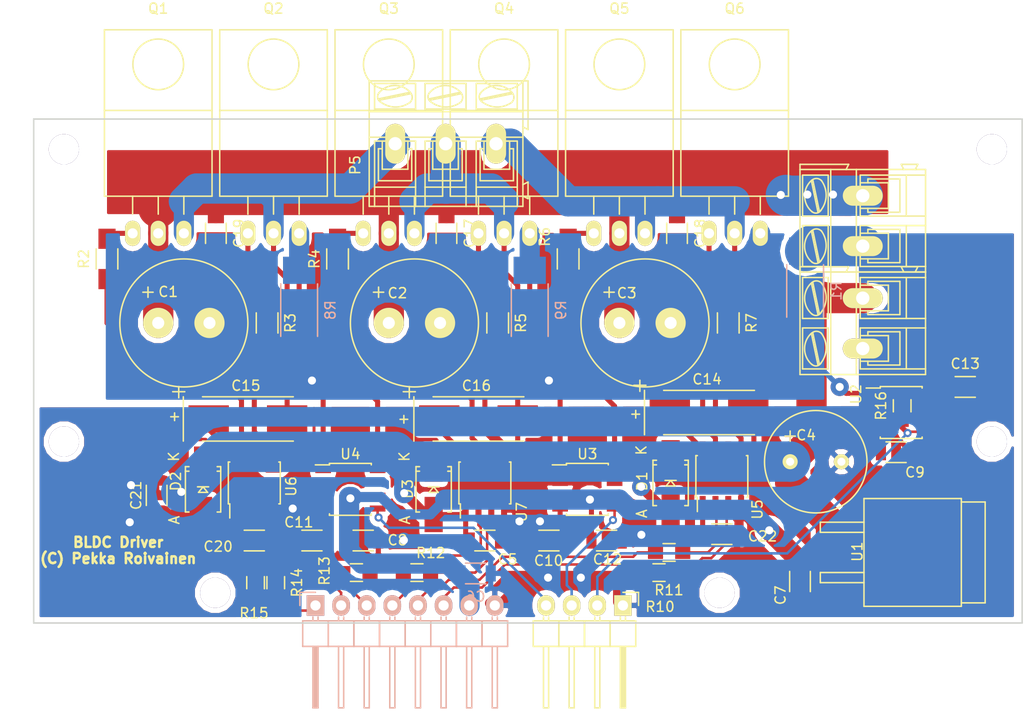
<source format=kicad_pcb>
(kicad_pcb (version 4) (host pcbnew "(2015-08-01 BZR 6032)-product")
  (layers (0 F.Cu signal) (31 B.Cu signal hide) (34 B.Paste user hide) (35 F.Paste user) (36 B.SilkS user) (37 F.SilkS user) (38 B.Mask user) (39 F.Mask user) (44 Edge.Cuts user))
  (net 0 "")
  (net 1 GND)
  (net 2 +48V)
  (net 3 +12V)
  (net 4 /MOTOR_C)
  (net 5 "Net-(C11-Pad1)")
  (net 6 /MOTOR_A)
  (net 7 "Net-(C14-Pad1)")
  (net 8 /MOTOR_B)
  (net 9 "Net-(C15-Pad1)")
  (net 10 /L_C)
  (net 11 /H_C)
  (net 12 /L_B)
  (net 13 /H_B)
  (net 14 /L_A)
  (net 15 /H_A)
  (net 16 GNDPWR)
  (net 17 +5V)
  (net 18 "Net-(C16-Pad1)")
  (net 19 "Net-(Q1-Pad1)")
  (net 20 "Net-(Q2-Pad1)")
  (net 21 "Net-(Q3-Pad1)")
  (net 22 "Net-(Q4-Pad1)")
  (net 23 "Net-(Q5-Pad1)")
  (net 24 "Net-(Q6-Pad1)")
  (net 25 "Net-(R2-Pad1)")
  (net 26 "Net-(R3-Pad2)")
  (net 27 "Net-(R4-Pad1)")
  (net 28 "Net-(R5-Pad2)")
  (net 29 "Net-(R6-Pad1)")
  (net 30 "Net-(R7-Pad2)")
  (net 31 "Net-(C9-Pad1)")
  (net 32 "Net-(C10-Pad1)")
  (net 33 /MEAS_B)
  (net 34 /MEAS_A)
  (net 35 /MEAS_BUS)
  (net 36 /SH_A)
  (net 37 /SH_B)
  (net 38 "Net-(P2-Pad1)")
  (net 39 "Net-(P2-Pad2)")
  (net 40 "Net-(P2-Pad3)")
  (net 41 "Net-(P2-Pad4)")
  (net 42 "Net-(P2-Pad5)")
  (net 43 "Net-(P2-Pad6)")
  (module Mounting_Holes:MountingHole_3mm (layer F.Cu) (at 164 108)
    (fp_text reference REF** hide)
    (fp_text value MountingHole_3mm hide)
    (pad 1 thru_hole circle (at 0 0) (size 3 3) (drill 3) (layers))
  )
  (module Mounting_Holes:MountingHole_3mm (layer F.Cu) (at 214 108)
    (fp_text reference REF** hide)
    (fp_text value MountingHole_3mm hide)
    (pad 1 thru_hole circle (at 0 0) (size 3 3) (drill 3) (layers))
  )
  (module Mounting_Holes:MountingHole_3mm (layer F.Cu) (at 241 93)
    (fp_text reference REF** hide)
    (fp_text value MountingHole_3mm hide)
    (pad 1 thru_hole circle (at 0 0) (size 3 3) (drill 3) (layers))
  )
  (module Mounting_Holes:MountingHole_3mm (layer F.Cu) (at 149 93)
    (fp_text reference REF** hide)
    (fp_text value MountingHole_3mm hide)
    (pad 1 thru_hole circle (at 0 0) (size 3 3) (drill 3) (layers))
  )
  (module Mounting_Holes:MountingHole_3mm (layer F.Cu) (at 149 64)
    (fp_text reference REF** hide)
    (fp_text value MountingHole_3mm)
    (pad 1 thru_hole circle (at 0 0) (size 3 3) (drill 3) (layers))
  )
  (module Capacitors_Elko_ThroughHole:Elko_vert_25x12.5mm_RM5 (layer F.Cu) (at 158.35 81.23)
    (fp_text reference C1 (at 0.985 -3.085) (layer F.SilkS))
    (fp_text value CP)
    (fp_line (start -1.016 -3.556) (end -1.016 -2.54) (layer F.Cu) (width 0.15))
    (fp_line (start -1.524 -3.048) (end -0.508 -3.048) (layer F.Cu) (width 0.15))
    (pad 2 thru_hole circle (at 5.08 0) (size 2.99974 2.99974) (drill 1.19888) (layers *.Cu *.Mask F.SilkS) (net 16 GNDPWR))
    (pad 1 thru_hole circle (at 0 0) (size 2.99974 2.99974) (drill 1.19888) (layers *.Cu *.Mask F.SilkS) (net 2 +48V))
  )
  (module Capacitors_Elko_ThroughHole:Elko_vert_25x12.5mm_RM5 (layer F.Cu) (at 181.21 81.23)
    (fp_text reference C2 (at 0.858 -2.958) (layer F.SilkS))
    (fp_text value CP)
    (fp_line (start -1.016 -3.556) (end -1.016 -2.54) (layer F.Cu) (width 0.15))
    (fp_line (start -1.524 -3.048) (end -0.508 -3.048) (layer F.Cu) (width 0.15))
    (pad 2 thru_hole circle (at 5.08 0) (size 2.99974 2.99974) (drill 1.19888) (layers *.Cu *.Mask F.SilkS) (net 16 GNDPWR))
    (pad 1 thru_hole circle (at 0 0) (size 2.99974 2.99974) (drill 1.19888) (layers *.Cu *.Mask F.SilkS) (net 2 +48V))
  )
  (module Capacitors_Elko_ThroughHole:Elko_vert_25x12.5mm_RM5 (layer F.Cu) (at 204.07 81.23)
    (fp_text reference C3 (at 0.731 -2.958) (layer F.SilkS))
    (fp_text value CP)
    (fp_line (start -1.016 -3.556) (end -1.016 -2.54) (layer F.Cu) (width 0.15))
    (fp_line (start -1.524 -3.048) (end -0.508 -3.048) (layer F.Cu) (width 0.15))
    (pad 2 thru_hole circle (at 5.08 0) (size 2.99974 2.99974) (drill 1.19888) (layers *.Cu *.Mask F.SilkS) (net 16 GNDPWR))
    (pad 1 thru_hole circle (at 0 0) (size 2.99974 2.99974) (drill 1.19888) (layers *.Cu *.Mask F.SilkS) (net 2 +48V))
  )
  (module Capacitors_Elko_ThroughHole:Elko_vert_20x10mm_RM5 (layer F.Cu) (at 221 95)
    (fp_text reference C4 (at 1.581 -2.631) (layer F.SilkS))
    (fp_text value CP)
    (fp_line (start -0.508 -2.54) (end 0.508 -2.54) (layer F.Cu) (width 0.15))
    (fp_line (start 0 -3.048) (end 0 -2.032) (layer F.Cu) (width 0.15))
    (pad 2 thru_hole circle (at 5.08 0) (size 1.50114 1.50114) (drill 0.8001) (layers *.Cu *.Mask F.SilkS) (net 1 GND))
    (pad 1 thru_hole circle (at 0 0) (size 1.50114 1.50114) (drill 0.8001) (layers *.Cu *.Mask F.SilkS) (net 3 +12V))
  )
  (module Capacitors_SMD:C_1206 (layer F.Cu) (at 190.735 102.82)
    (fp_text reference C5 (at 2.255 1.868) (layer F.SilkS))
    (fp_text value C)
    (pad 1 smd rect (at -1.5 0) (size 1 1.6) (layers F.Cu F.Paste F.Mask) (net 3 +12V))
    (pad 2 smd rect (at 1.5 0) (size 1 1.6) (layers F.Cu F.Paste F.Mask) (net 1 GND))
  )
  (module Capacitors_SMD:C_1206 (layer B.Cu) (at 189.815 106.085)
    (fp_text reference C6 (at 0 2.3) (layer B.SilkS) (effects (justify mirror)))
    (fp_text value C)
    (pad 1 smd rect (at -1.5 0) (size 1 1.6) (layers B.Cu B.Paste B.Mask) (net 17 +5V))
    (pad 2 smd rect (at 1.5 0) (size 1 1.6) (layers B.Cu B.Paste B.Mask) (net 1 GND))
  )
  (module Capacitors_SMD:C_1206 (layer F.Cu) (at 221.977 106.884 270)
    (fp_text reference C7 (at 1.36 1.936 270) (layer F.SilkS))
    (fp_text value C)
    (pad 1 smd rect (at -1.5 0 270) (size 1 1.6) (layers F.Cu F.Paste F.Mask) (net 17 +5V))
    (pad 2 smd rect (at 1.5 0 270) (size 1 1.6) (layers F.Cu F.Paste F.Mask) (net 1 GND))
  )
  (module Capacitors_SMD:C_1206 (layer F.Cu) (at 178.67 102.82)
    (fp_text reference C8 (at 3.398 -0.037) (layer F.SilkS))
    (fp_text value C)
    (pad 1 smd rect (at -1.5 0) (size 1 1.6) (layers F.Cu F.Paste F.Mask) (net 17 +5V))
    (pad 2 smd rect (at 1.5 0) (size 1 1.6) (layers F.Cu F.Paste F.Mask) (net 1 GND))
  )
  (module Capacitors_SMD:C_1206 (layer F.Cu) (at 231.502 94.057)
    (fp_text reference C9 (at 1.874 1.995) (layer F.SilkS))
    (fp_text value C)
    (pad 1 smd rect (at -1.5 0) (size 1 1.6) (layers F.Cu F.Paste F.Mask) (net 31 "Net-(C9-Pad1)"))
    (pad 2 smd rect (at 1.5 0) (size 1 1.6) (layers F.Cu F.Paste F.Mask) (net 1 GND))
  )
  (module Capacitors_SMD:C_1206 (layer F.Cu) (at 197.085 102.82 180)
    (fp_text reference C10 (at 0.031 -1.995 180) (layer F.SilkS))
    (fp_text value C)
    (pad 1 smd rect (at -1.5 0 180) (size 1 1.6) (layers F.Cu F.Paste F.Mask) (net 32 "Net-(C10-Pad1)"))
    (pad 2 smd rect (at 1.5 0 180) (size 1 1.6) (layers F.Cu F.Paste F.Mask) (net 1 GND))
  )
  (module Capacitors_SMD:C_1206 (layer F.Cu) (at 173.59 102.82 180)
    (fp_text reference C11 (at 1.301 1.815 180) (layer F.SilkS))
    (fp_text value C)
    (pad 1 smd rect (at -1.5 0 180) (size 1 1.6) (layers F.Cu F.Paste F.Mask) (net 5 "Net-(C11-Pad1)"))
    (pad 2 smd rect (at 1.5 0 180) (size 1 1.6) (layers F.Cu F.Paste F.Mask) (net 1 GND))
  )
  (module Capacitors_SMD:C_1206 (layer F.Cu) (at 202.8 102.82)
    (fp_text reference C12 (at 0.096 1.868) (layer F.SilkS))
    (fp_text value C)
    (pad 1 smd rect (at -1.5 0) (size 1 1.6) (layers F.Cu F.Paste F.Mask) (net 17 +5V))
    (pad 2 smd rect (at 1.5 0) (size 1 1.6) (layers F.Cu F.Paste F.Mask) (net 1 GND))
  )
  (module Capacitors_SMD:C_1206 (layer F.Cu) (at 238.36 87.58)
    (fp_text reference C13 (at 0 -2.3) (layer F.SilkS))
    (fp_text value C)
    (pad 1 smd rect (at -1.5 0) (size 1 1.6) (layers F.Cu F.Paste F.Mask) (net 17 +5V))
    (pad 2 smd rect (at 1.5 0) (size 1 1.6) (layers F.Cu F.Paste F.Mask) (net 1 GND))
  )
  (module Capacitors_Tantalum_SMD:TantalC_SizeD_EIA-7343_HandSoldering (layer F.Cu) (at 212.96 90.12)
    (fp_text reference C14 (at -0.20066 -3.29946) (layer F.SilkS))
    (fp_text value 22u)
    (fp_text user + (at -7.27 0.09) (layer F.SilkS))
    (pad 2 smd rect (at 3.88874 0) (size 4.0005 2.70002) (layers F.Cu F.Paste F.Mask) (net 4 /MOTOR_C))
    (pad 1 smd rect (at -3.88874 0) (size 4.0005 2.70002) (layers F.Cu F.Paste F.Mask) (net 7 "Net-(C14-Pad1)"))
  )
  (module Capacitors_Tantalum_SMD:TantalC_SizeD_EIA-7343_HandSoldering (layer F.Cu) (at 167.24 90.755)
    (fp_text reference C15 (at -0.20066 -3.29946) (layer F.SilkS))
    (fp_text value 22u)
    (fp_text user + (at -7.27 -0.291) (layer F.SilkS))
    (pad 2 smd rect (at 3.88874 0) (size 4.0005 2.70002) (layers F.Cu F.Paste F.Mask) (net 6 /MOTOR_A))
    (pad 1 smd rect (at -3.88874 0) (size 4.0005 2.70002) (layers F.Cu F.Paste F.Mask) (net 9 "Net-(C15-Pad1)"))
  )
  (module Capacitors_Tantalum_SMD:TantalC_SizeD_EIA-7343_HandSoldering (layer F.Cu) (at 190.1 90.755)
    (fp_text reference C16 (at -0.20066 -3.29946) (layer F.SilkS))
    (fp_text value 22u)
    (fp_text user + (at -7.397 -0.037) (layer F.SilkS))
    (pad 2 smd rect (at 3.88874 0) (size 4.0005 2.70002) (layers F.Cu F.Paste F.Mask) (net 8 /MOTOR_B))
    (pad 1 smd rect (at -3.88874 0) (size 4.0005 2.70002) (layers F.Cu F.Paste F.Mask) (net 18 "Net-(C16-Pad1)"))
  )
  (module Diodes_SMD:SMA_Handsoldering (layer F.Cu) (at 209.15 97.105 270)
    (fp_text reference D1 (at -0.164 2.825 270) (layer F.SilkS))
    (fp_text value UF4007)
    (fp_text user K (at -3.25 2.9 270) (layer F.SilkS))
    (fp_text user A (at 3.05 2.85 270) (layer F.SilkS))
    (pad 1 smd rect (at -2.49936 0 270) (size 3.50012 1.80086) (layers F.Cu F.Paste F.Mask) (net 7 "Net-(C14-Pad1)"))
    (pad 2 smd rect (at 2.49936 0 270) (size 3.50012 1.80086) (layers F.Cu F.Paste F.Mask) (net 3 +12V))
  )
  (module Diodes_SMD:SMA_Handsoldering (layer F.Cu) (at 162.795 97.74 270)
    (fp_text reference D2 (at -0.799 2.698 270) (layer F.SilkS))
    (fp_text value UF4007)
    (fp_text user K (at -3.25 2.9 270) (layer F.SilkS))
    (fp_text user A (at 3.05 2.85 270) (layer F.SilkS))
    (pad 1 smd rect (at -2.49936 0 270) (size 3.50012 1.80086) (layers F.Cu F.Paste F.Mask) (net 9 "Net-(C15-Pad1)"))
    (pad 2 smd rect (at 2.49936 0 270) (size 3.50012 1.80086) (layers F.Cu F.Paste F.Mask) (net 3 +12V))
  )
  (module Diodes_SMD:SMA_Handsoldering (layer F.Cu) (at 185.655 97.74 270)
    (fp_text reference D3 (at -0.037 2.571 270) (layer F.SilkS))
    (fp_text value UF4007)
    (fp_text user K (at -3.25 2.9 270) (layer F.SilkS))
    (fp_text user A (at 3.05 2.85 270) (layer F.SilkS))
    (pad 1 smd rect (at -2.49936 0 270) (size 3.50012 1.80086) (layers F.Cu F.Paste F.Mask) (net 18 "Net-(C16-Pad1)"))
    (pad 2 smd rect (at 2.49936 0 270) (size 3.50012 1.80086) (layers F.Cu F.Paste F.Mask) (net 3 +12V))
  )
  (module Pin_Headers:Pin_Header_Angled_1x04 (layer F.Cu) (at 204.42 109.26 270)
    (fp_text reference P1 hide)
    (fp_text value CONN_01X04)
    (pad 1 thru_hole rect (at 0 0 270) (size 2.032 1.7272) (drill 1.016) (layers *.Cu *.Mask F.SilkS) (net 1 GND))
    (pad 2 thru_hole oval (at 0 2.54 270) (size 2.032 1.7272) (drill 1.016) (layers *.Cu *.Mask F.SilkS) (net 35 /MEAS_BUS))
    (pad 3 thru_hole oval (at 0 5.08 270) (size 2.032 1.7272) (drill 1.016) (layers *.Cu *.Mask F.SilkS) (net 33 /MEAS_B))
    (pad 4 thru_hole oval (at 0 7.62 270) (size 2.032 1.7272) (drill 1.016) (layers *.Cu *.Mask F.SilkS) (net 34 /MEAS_A))
  )
  (module Pin_Headers:Pin_Header_Angled_1x08 (layer B.Cu) (at 173.94 109.26 270)
    (fp_text reference P2 hide)
    (fp_text value CONN_01X08 hide)
    (pad 1 thru_hole rect (at 0 0 270) (size 2.032 1.7272) (drill 1.016) (layers *.Cu *.Mask B.SilkS) (net 38 "Net-(P2-Pad1)"))
    (pad 2 thru_hole oval (at 0 -2.54 270) (size 2.032 1.7272) (drill 1.016) (layers *.Cu *.Mask B.SilkS) (net 39 "Net-(P2-Pad2)"))
    (pad 3 thru_hole oval (at 0 -5.08 270) (size 2.032 1.7272) (drill 1.016) (layers *.Cu *.Mask B.SilkS) (net 40 "Net-(P2-Pad3)"))
    (pad 4 thru_hole oval (at 0 -7.62 270) (size 2.032 1.7272) (drill 1.016) (layers *.Cu *.Mask B.SilkS) (net 41 "Net-(P2-Pad4)"))
    (pad 5 thru_hole oval (at 0 -10.16 270) (size 2.032 1.7272) (drill 1.016) (layers *.Cu *.Mask B.SilkS) (net 42 "Net-(P2-Pad5)"))
    (pad 6 thru_hole oval (at 0 -12.7 270) (size 2.032 1.7272) (drill 1.016) (layers *.Cu *.Mask B.SilkS) (net 43 "Net-(P2-Pad6)"))
    (pad 7 thru_hole oval (at 0 -15.24 270) (size 2.032 1.7272) (drill 1.016) (layers *.Cu *.Mask B.SilkS) (net 17 +5V))
    (pad 8 thru_hole oval (at 0 -17.78 270) (size 2.032 1.7272) (drill 1.016) (layers *.Cu *.Mask B.SilkS) (net 1 GND))
  )
  (module Connect:AK300-2 (layer F.Cu) (at 228.2 73.61 90)
    (fp_text reference P3 hide)
    (fp_text value CONN_01X02 hide)
    (pad 1 thru_hole oval (at 0 0 90) (size 1.9812 3.9624) (drill 1.3208) (layers *.Cu F.Paste F.SilkS F.Mask) (net 1 GND))
    (pad 2 thru_hole oval (at 5 0 90) (size 1.9812 3.9624) (drill 1.3208) (layers *.Cu F.Paste F.SilkS F.Mask) (net 2 +48V))
  )
  (module Connect:AK300-2 (layer F.Cu) (at 228.2 83.77 90)
    (fp_text reference P4 hide)
    (fp_text value CONN_01X02 hide)
    (pad 1 thru_hole oval (at 0 0 90) (size 1.9812 3.9624) (drill 1.3208) (layers *.Cu F.Paste F.SilkS F.Mask) (net 1 GND))
    (pad 2 thru_hole oval (at 5 0 90) (size 1.9812 3.9624) (drill 1.3208) (layers *.Cu F.Paste F.SilkS F.Mask) (net 3 +12V))
  )
  (module Connect:AK300-3 (layer F.Cu) (at 181.845 63.45)
    (fp_text reference P5 (at -3.968 2.122 90) (layer F.SilkS))
    (fp_text value CONN_01X03)
    (pad 1 thru_hole oval (at 0 0) (size 1.9812 3.9624) (drill 1.3208) (layers *.Cu F.Paste F.SilkS F.Mask) (net 6 /MOTOR_A))
    (pad 2 thru_hole oval (at 5 0) (size 1.9812 3.9624) (drill 1.3208) (layers *.Cu F.Paste F.SilkS F.Mask) (net 8 /MOTOR_B))
    (pad 3 thru_hole oval (at 10 0) (size 1.9812 3.9624) (drill 1.3208) (layers *.Cu F.Paste F.SilkS F.Mask) (net 4 /MOTOR_C))
  )
  (module Transistors_TO-220:TO-220_Neutral123_Horizontal (layer F.Cu) (at 158.35 72.34)
    (fp_text reference Q1 (at 0 -22.3012) (layer F.SilkS))
    (fp_text value Q_NMOS_GDS hide)
    (pad 2 thru_hole oval (at 0 0 90) (size 2.49936 1.50114) (drill 1.00076) (layers *.Cu *.Mask F.SilkS) (net 2 +48V))
    (pad 1 thru_hole oval (at -2.54 0 90) (size 2.49936 1.50114) (drill 1.00076) (layers *.Cu *.Mask F.SilkS) (net 19 "Net-(Q1-Pad1)"))
    (pad 3 thru_hole oval (at 2.54 0 90) (size 2.49936 1.50114) (drill 1.00076) (layers *.Cu *.Mask F.SilkS) (net 6 /MOTOR_A))
  )
  (module Transistors_TO-220:TO-220_Neutral123_Horizontal (layer F.Cu) (at 169.78 72.34)
    (fp_text reference Q2 (at 0 -22.3012) (layer F.SilkS))
    (fp_text value Q_NMOS_GDS hide)
    (pad 2 thru_hole oval (at 0 0 90) (size 2.49936 1.50114) (drill 1.00076) (layers *.Cu *.Mask F.SilkS) (net 6 /MOTOR_A))
    (pad 1 thru_hole oval (at -2.54 0 90) (size 2.49936 1.50114) (drill 1.00076) (layers *.Cu *.Mask F.SilkS) (net 20 "Net-(Q2-Pad1)"))
    (pad 3 thru_hole oval (at 2.54 0 90) (size 2.49936 1.50114) (drill 1.00076) (layers *.Cu *.Mask F.SilkS) (net 36 /SH_A))
  )
  (module Transistors_TO-220:TO-220_Neutral123_Horizontal (layer F.Cu) (at 181.21 72.34)
    (fp_text reference Q3 (at 0 -22.3012) (layer F.SilkS))
    (fp_text value Q_NMOS_GDS hide)
    (pad 2 thru_hole oval (at 0 0 90) (size 2.49936 1.50114) (drill 1.00076) (layers *.Cu *.Mask F.SilkS) (net 2 +48V))
    (pad 1 thru_hole oval (at -2.54 0 90) (size 2.49936 1.50114) (drill 1.00076) (layers *.Cu *.Mask F.SilkS) (net 21 "Net-(Q3-Pad1)"))
    (pad 3 thru_hole oval (at 2.54 0 90) (size 2.49936 1.50114) (drill 1.00076) (layers *.Cu *.Mask F.SilkS) (net 8 /MOTOR_B))
  )
  (module Transistors_TO-220:TO-220_Neutral123_Horizontal (layer F.Cu) (at 192.64 72.34)
    (fp_text reference Q4 (at 0 -22.3012) (layer F.SilkS))
    (fp_text value Q_NMOS_GDS hide)
    (pad 2 thru_hole oval (at 0 0 90) (size 2.49936 1.50114) (drill 1.00076) (layers *.Cu *.Mask F.SilkS) (net 8 /MOTOR_B))
    (pad 1 thru_hole oval (at -2.54 0 90) (size 2.49936 1.50114) (drill 1.00076) (layers *.Cu *.Mask F.SilkS) (net 22 "Net-(Q4-Pad1)"))
    (pad 3 thru_hole oval (at 2.54 0 90) (size 2.49936 1.50114) (drill 1.00076) (layers *.Cu *.Mask F.SilkS) (net 37 /SH_B))
  )
  (module Transistors_TO-220:TO-220_Neutral123_Horizontal (layer F.Cu) (at 204.07 72.34)
    (fp_text reference Q5 (at 0 -22.3012) (layer F.SilkS))
    (fp_text value Q_NMOS_GDS hide)
    (pad 2 thru_hole oval (at 0 0 90) (size 2.49936 1.50114) (drill 1.00076) (layers *.Cu *.Mask F.SilkS) (net 2 +48V))
    (pad 1 thru_hole oval (at -2.54 0 90) (size 2.49936 1.50114) (drill 1.00076) (layers *.Cu *.Mask F.SilkS) (net 23 "Net-(Q5-Pad1)"))
    (pad 3 thru_hole oval (at 2.54 0 90) (size 2.49936 1.50114) (drill 1.00076) (layers *.Cu *.Mask F.SilkS) (net 4 /MOTOR_C))
  )
  (module Transistors_TO-220:TO-220_Neutral123_Horizontal (layer F.Cu) (at 215.5 72.34)
    (fp_text reference Q6 (at 0 -22.3012) (layer F.SilkS))
    (fp_text value Q_NMOS_GDS)
    (pad 2 thru_hole oval (at 0 0 90) (size 2.49936 1.50114) (drill 1.00076) (layers *.Cu *.Mask F.SilkS) (net 4 /MOTOR_C))
    (pad 1 thru_hole oval (at -2.54 0 90) (size 2.49936 1.50114) (drill 1.00076) (layers *.Cu *.Mask F.SilkS) (net 24 "Net-(Q6-Pad1)"))
    (pad 3 thru_hole oval (at 2.54 0 90) (size 2.49936 1.50114) (drill 1.00076) (layers *.Cu *.Mask F.SilkS) (net 16 GNDPWR))
  )
  (module Resistors_SMD:R_2512_HandSoldering (layer B.Cu) (at 222.485 78.055 90)
    (fp_text reference R1 (at 0 3.1 90) (layer B.SilkS) (effects (justify mirror)))
    (fp_text value 10m)
    (pad 1 smd rect (at -3.95 0 90) (size 2.7 3.2) (layers B.Cu B.Paste B.Mask) (net 16 GNDPWR))
    (pad 2 smd rect (at 3.95 0 90) (size 2.7 3.2) (layers B.Cu B.Paste B.Mask) (net 1 GND))
  )
  (module Resistors_SMD:R_1206_HandSoldering (layer F.Cu) (at 153.27 74.88 90)
    (fp_text reference R2 (at 0 -2.3 90) (layer F.SilkS))
    (fp_text value 10)
    (pad 1 smd rect (at -2 0 90) (size 2 1.7) (layers F.Cu F.Paste F.Mask) (net 25 "Net-(R2-Pad1)"))
    (pad 2 smd rect (at 2 0 90) (size 2 1.7) (layers F.Cu F.Paste F.Mask) (net 19 "Net-(Q1-Pad1)"))
  )
  (module Resistors_SMD:R_1206_HandSoldering (layer F.Cu) (at 169.145 81.23 270)
    (fp_text reference R3 (at 0 -2.3 270) (layer F.SilkS))
    (fp_text value 10)
    (pad 1 smd rect (at -2 0 270) (size 2 1.7) (layers F.Cu F.Paste F.Mask) (net 20 "Net-(Q2-Pad1)"))
    (pad 2 smd rect (at 2 0 270) (size 2 1.7) (layers F.Cu F.Paste F.Mask) (net 26 "Net-(R3-Pad2)"))
  )
  (module Resistors_SMD:R_1206_HandSoldering (layer F.Cu) (at 176.13 74.88 90)
    (fp_text reference R4 (at 0 -2.3 90) (layer F.SilkS))
    (fp_text value 10)
    (pad 1 smd rect (at -2 0 90) (size 2 1.7) (layers F.Cu F.Paste F.Mask) (net 27 "Net-(R4-Pad1)"))
    (pad 2 smd rect (at 2 0 90) (size 2 1.7) (layers F.Cu F.Paste F.Mask) (net 21 "Net-(Q3-Pad1)"))
  )
  (module Resistors_SMD:R_1206_HandSoldering (layer F.Cu) (at 192.005 81.23 270)
    (fp_text reference R5 (at 0 -2.3 270) (layer F.SilkS))
    (fp_text value 10)
    (pad 1 smd rect (at -2 0 270) (size 2 1.7) (layers F.Cu F.Paste F.Mask) (net 22 "Net-(Q4-Pad1)"))
    (pad 2 smd rect (at 2 0 270) (size 2 1.7) (layers F.Cu F.Paste F.Mask) (net 28 "Net-(R5-Pad2)"))
  )
  (module Resistors_SMD:R_1206_HandSoldering (layer F.Cu) (at 198.99 74.88 90)
    (fp_text reference R6 (at 2.196 -2.317 90) (layer F.SilkS))
    (fp_text value 10)
    (pad 1 smd rect (at -2 0 90) (size 2 1.7) (layers F.Cu F.Paste F.Mask) (net 29 "Net-(R6-Pad1)"))
    (pad 2 smd rect (at 2 0 90) (size 2 1.7) (layers F.Cu F.Paste F.Mask) (net 23 "Net-(Q5-Pad1)"))
  )
  (module Resistors_SMD:R_1206_HandSoldering (layer F.Cu) (at 214.865 81.23 270)
    (fp_text reference R7 (at 0 -2.3 270) (layer F.SilkS))
    (fp_text value 10)
    (pad 1 smd rect (at -2 0 270) (size 2 1.7) (layers F.Cu F.Paste F.Mask) (net 24 "Net-(Q6-Pad1)"))
    (pad 2 smd rect (at 2 0 270) (size 2 1.7) (layers F.Cu F.Paste F.Mask) (net 30 "Net-(R7-Pad2)"))
  )
  (module Resistors_SMD:R_2512_HandSoldering (layer B.Cu) (at 172.32 79.96 90)
    (fp_text reference R8 (at 0 3.1 90) (layer B.SilkS) (effects (justify mirror)))
    (fp_text value 10m)
    (pad 1 smd rect (at -3.95 0 90) (size 2.7 3.2) (layers B.Cu B.Paste B.Mask) (net 16 GNDPWR))
    (pad 2 smd rect (at 3.95 0 90) (size 2.7 3.2) (layers B.Cu B.Paste B.Mask) (net 36 /SH_A))
  )
  (module Resistors_SMD:R_2512_HandSoldering (layer B.Cu) (at 195.18 79.96 90)
    (fp_text reference R9 (at 0 3.1 90) (layer B.SilkS) (effects (justify mirror)))
    (fp_text value 10m)
    (pad 1 smd rect (at -3.95 0 90) (size 2.7 3.2) (layers B.Cu B.Paste B.Mask) (net 16 GNDPWR))
    (pad 2 smd rect (at 3.95 0 90) (size 2.7 3.2) (layers B.Cu B.Paste B.Mask) (net 37 /SH_B))
  )
  (module Transistors_SMD:sot404 (layer F.Cu) (at 231 104 270)
    (fp_text reference U1 (at -0.074 3.339 270) (layer F.SilkS))
    (fp_text value 7805_NUMB)
    (pad 1 smd rect (at -2.49936 5.5499 270) (size 1.99898 3.79984) (layers F.Cu F.Paste F.Mask) (net 3 +12V))
    (pad 3 smd rect (at 2.49936 5.5499 270) (size 1.99898 3.79984) (layers F.Cu F.Paste F.Mask) (net 17 +5V))
    (pad 2 smd rect (at 0 -5.5499 270) (size 11.50112 8.99922) (layers F.Cu F.Paste F.Mask) (net 1 GND))
  )
  (module Housings_SOIC:SOIC-8_3.9x4.9mm_Pitch1.27mm (layer F.Cu) (at 232.01 90.12)
    (fp_text reference U2 (at -4.476 -1.815 90) (layer F.SilkS))
    (fp_text value INA27x)
    (pad 1 smd rect (at -2.7 -1.905) (size 1.55 0.6) (layers F.Cu F.Paste F.Mask) (net 16 GNDPWR))
    (pad 2 smd rect (at -2.7 -0.635) (size 1.55 0.6) (layers F.Cu F.Paste F.Mask) (net 1 GND))
    (pad 3 smd rect (at -2.7 0.635) (size 1.55 0.6) (layers F.Cu F.Paste F.Mask) (net 31 "Net-(C9-Pad1)"))
    (pad 4 smd rect (at -2.7 1.905) (size 1.55 0.6) (layers F.Cu F.Paste F.Mask) (net 31 "Net-(C9-Pad1)"))
    (pad 5 smd rect (at 2.7 1.905) (size 1.55 0.6) (layers F.Cu F.Paste F.Mask) (net 35 /MEAS_BUS))
    (pad 6 smd rect (at 2.7 0.635) (size 1.55 0.6) (layers F.Cu F.Paste F.Mask) (net 17 +5V))
    (pad 7 smd rect (at 2.7 -0.635) (size 1.55 0.6) (layers F.Cu F.Paste F.Mask))
    (pad 8 smd rect (at 2.7 -1.905) (size 1.55 0.6) (layers F.Cu F.Paste F.Mask) (net 1 GND))
  )
  (module Housings_SOIC:SOIC-8_3.9x4.9mm_Pitch1.27mm (layer F.Cu) (at 200.895 97.74)
    (fp_text reference U3 (at 0 -3.5) (layer F.SilkS))
    (fp_text value INA27x)
    (pad 1 smd rect (at -2.7 -1.905) (size 1.55 0.6) (layers F.Cu F.Paste F.Mask) (net 16 GNDPWR))
    (pad 2 smd rect (at -2.7 -0.635) (size 1.55 0.6) (layers F.Cu F.Paste F.Mask) (net 1 GND))
    (pad 3 smd rect (at -2.7 0.635) (size 1.55 0.6) (layers F.Cu F.Paste F.Mask) (net 32 "Net-(C10-Pad1)"))
    (pad 4 smd rect (at -2.7 1.905) (size 1.55 0.6) (layers F.Cu F.Paste F.Mask) (net 32 "Net-(C10-Pad1)"))
    (pad 5 smd rect (at 2.7 1.905) (size 1.55 0.6) (layers F.Cu F.Paste F.Mask) (net 33 /MEAS_B))
    (pad 6 smd rect (at 2.7 0.635) (size 1.55 0.6) (layers F.Cu F.Paste F.Mask) (net 17 +5V))
    (pad 7 smd rect (at 2.7 -0.635) (size 1.55 0.6) (layers F.Cu F.Paste F.Mask))
    (pad 8 smd rect (at 2.7 -1.905) (size 1.55 0.6) (layers F.Cu F.Paste F.Mask) (net 37 /SH_B))
  )
  (module Housings_SOIC:SOIC-8_3.9x4.9mm_Pitch1.27mm (layer F.Cu) (at 177.4 97.74)
    (fp_text reference U4 (at 0 -3.5) (layer F.SilkS))
    (fp_text value INA27x)
    (pad 1 smd rect (at -2.7 -1.905) (size 1.55 0.6) (layers F.Cu F.Paste F.Mask) (net 16 GNDPWR))
    (pad 2 smd rect (at -2.7 -0.635) (size 1.55 0.6) (layers F.Cu F.Paste F.Mask) (net 1 GND))
    (pad 3 smd rect (at -2.7 0.635) (size 1.55 0.6) (layers F.Cu F.Paste F.Mask) (net 5 "Net-(C11-Pad1)"))
    (pad 4 smd rect (at -2.7 1.905) (size 1.55 0.6) (layers F.Cu F.Paste F.Mask) (net 5 "Net-(C11-Pad1)"))
    (pad 5 smd rect (at 2.7 1.905) (size 1.55 0.6) (layers F.Cu F.Paste F.Mask) (net 34 /MEAS_A))
    (pad 6 smd rect (at 2.7 0.635) (size 1.55 0.6) (layers F.Cu F.Paste F.Mask) (net 17 +5V))
    (pad 7 smd rect (at 2.7 -0.635) (size 1.55 0.6) (layers F.Cu F.Paste F.Mask))
    (pad 8 smd rect (at 2.7 -1.905) (size 1.55 0.6) (layers F.Cu F.Paste F.Mask) (net 36 /SH_A))
  )
  (module Housings_SOIC:SOIC-8_3.9x4.9mm_Pitch1.27mm (layer F.Cu) (at 214.23 96.47 90)
    (fp_text reference U5 (at -3.265 3.525 90) (layer F.SilkS))
    (fp_text value IR2101)
    (pad 1 smd rect (at -2.7 -1.905 90) (size 1.55 0.6) (layers F.Cu F.Paste F.Mask) (net 3 +12V))
    (pad 2 smd rect (at -2.7 -0.635 90) (size 1.55 0.6) (layers F.Cu F.Paste F.Mask) (net 11 /H_C))
    (pad 3 smd rect (at -2.7 0.635 90) (size 1.55 0.6) (layers F.Cu F.Paste F.Mask) (net 10 /L_C))
    (pad 4 smd rect (at -2.7 1.905 90) (size 1.55 0.6) (layers F.Cu F.Paste F.Mask) (net 1 GND))
    (pad 5 smd rect (at 2.7 1.905 90) (size 1.55 0.6) (layers F.Cu F.Paste F.Mask) (net 30 "Net-(R7-Pad2)"))
    (pad 6 smd rect (at 2.7 0.635 90) (size 1.55 0.6) (layers F.Cu F.Paste F.Mask) (net 4 /MOTOR_C))
    (pad 7 smd rect (at 2.7 -0.635 90) (size 1.55 0.6) (layers F.Cu F.Paste F.Mask) (net 29 "Net-(R6-Pad1)"))
    (pad 8 smd rect (at 2.7 -1.905 90) (size 1.55 0.6) (layers F.Cu F.Paste F.Mask) (net 7 "Net-(C14-Pad1)"))
  )
  (module Housings_SOIC:SOIC-8_3.9x4.9mm_Pitch1.27mm (layer F.Cu) (at 167.875 97.105 90)
    (fp_text reference U6 (at -0.344 3.652 90) (layer F.SilkS))
    (fp_text value IR2101)
    (pad 1 smd rect (at -2.7 -1.905 90) (size 1.55 0.6) (layers F.Cu F.Paste F.Mask) (net 3 +12V))
    (pad 2 smd rect (at -2.7 -0.635 90) (size 1.55 0.6) (layers F.Cu F.Paste F.Mask) (net 15 /H_A))
    (pad 3 smd rect (at -2.7 0.635 90) (size 1.55 0.6) (layers F.Cu F.Paste F.Mask) (net 14 /L_A))
    (pad 4 smd rect (at -2.7 1.905 90) (size 1.55 0.6) (layers F.Cu F.Paste F.Mask) (net 1 GND))
    (pad 5 smd rect (at 2.7 1.905 90) (size 1.55 0.6) (layers F.Cu F.Paste F.Mask) (net 26 "Net-(R3-Pad2)"))
    (pad 6 smd rect (at 2.7 0.635 90) (size 1.55 0.6) (layers F.Cu F.Paste F.Mask) (net 6 /MOTOR_A))
    (pad 7 smd rect (at 2.7 -0.635 90) (size 1.55 0.6) (layers F.Cu F.Paste F.Mask) (net 25 "Net-(R2-Pad1)"))
    (pad 8 smd rect (at 2.7 -1.905 90) (size 1.55 0.6) (layers F.Cu F.Paste F.Mask) (net 9 "Net-(C15-Pad1)"))
  )
  (module Housings_SOIC:SOIC-8_3.9x4.9mm_Pitch1.27mm (layer F.Cu) (at 190.735 97.105 90)
    (fp_text reference U7 (at -2.884 3.652 90) (layer F.SilkS))
    (fp_text value IR2101)
    (pad 1 smd rect (at -2.7 -1.905 90) (size 1.55 0.6) (layers F.Cu F.Paste F.Mask) (net 3 +12V))
    (pad 2 smd rect (at -2.7 -0.635 90) (size 1.55 0.6) (layers F.Cu F.Paste F.Mask) (net 13 /H_B))
    (pad 3 smd rect (at -2.7 0.635 90) (size 1.55 0.6) (layers F.Cu F.Paste F.Mask) (net 12 /L_B))
    (pad 4 smd rect (at -2.7 1.905 90) (size 1.55 0.6) (layers F.Cu F.Paste F.Mask) (net 1 GND))
    (pad 5 smd rect (at 2.7 1.905 90) (size 1.55 0.6) (layers F.Cu F.Paste F.Mask) (net 28 "Net-(R5-Pad2)"))
    (pad 6 smd rect (at 2.7 0.635 90) (size 1.55 0.6) (layers F.Cu F.Paste F.Mask) (net 8 /MOTOR_B))
    (pad 7 smd rect (at 2.7 -0.635 90) (size 1.55 0.6) (layers F.Cu F.Paste F.Mask) (net 27 "Net-(R4-Pad1)"))
    (pad 8 smd rect (at 2.7 -1.905 90) (size 1.55 0.6) (layers F.Cu F.Paste F.Mask) (net 18 "Net-(C16-Pad1)"))
  )
  (module Capacitors_SMD:C_1206 (layer F.Cu) (at 186.925 72.34 270)
    (fp_text reference C17 (at 0 -2.3 270) (layer F.SilkS))
    (fp_text value C)
    (pad 1 smd rect (at -1.5 0 270) (size 1 1.6) (layers F.Cu F.Paste F.Mask) (net 2 +48V))
    (pad 2 smd rect (at 1.5 0 270) (size 1 1.6) (layers F.Cu F.Paste F.Mask) (net 16 GNDPWR))
  )
  (module Capacitors_SMD:C_1206 (layer F.Cu) (at 209.785 72.34 270)
    (fp_text reference C18 (at 0 -2.3 270) (layer F.SilkS))
    (fp_text value C)
    (pad 1 smd rect (at -1.5 0 270) (size 1 1.6) (layers F.Cu F.Paste F.Mask) (net 2 +48V))
    (pad 2 smd rect (at 1.5 0 270) (size 1 1.6) (layers F.Cu F.Paste F.Mask) (net 16 GNDPWR))
  )
  (module Capacitors_SMD:C_1206 (layer F.Cu) (at 164.065 72.34 270)
    (fp_text reference C19 (at 0 -2.3 270) (layer F.SilkS))
    (fp_text value C)
    (pad 1 smd rect (at -1.5 0 270) (size 1 1.6) (layers F.Cu F.Paste F.Mask) (net 2 +48V))
    (pad 2 smd rect (at 1.5 0 270) (size 1 1.6) (layers F.Cu F.Paste F.Mask) (net 16 GNDPWR))
  )
  (module Capacitors_SMD:C_1206 (layer F.Cu) (at 167.875 102.82)
    (fp_text reference C20 (at -3.587 0.598) (layer F.SilkS))
    (fp_text value C)
    (pad 1 smd rect (at -1.5 0) (size 1 1.6) (layers F.Cu F.Paste F.Mask) (net 3 +12V))
    (pad 2 smd rect (at 1.5 0) (size 1 1.6) (layers F.Cu F.Paste F.Mask) (net 1 GND))
  )
  (module Capacitors_SMD:C_1206 (layer F.Cu) (at 158.192 98.338 90)
    (fp_text reference C21 (at 0 -2.032 90) (layer F.SilkS))
    (fp_text value C)
    (pad 1 smd rect (at -1.5 0 90) (size 1 1.6) (layers F.Cu F.Paste F.Mask) (net 3 +12V))
    (pad 2 smd rect (at 1.5 0 90) (size 1 1.6) (layers F.Cu F.Paste F.Mask) (net 1 GND))
  )
  (module Capacitors_SMD:C_1206 (layer F.Cu) (at 214.23 102.185)
    (fp_text reference C22 (at 4.033 0.217) (layer F.SilkS))
    (fp_text value C)
    (pad 1 smd rect (at -1.5 0) (size 1 1.6) (layers F.Cu F.Paste F.Mask) (net 3 +12V))
    (pad 2 smd rect (at 1.5 0) (size 1 1.6) (layers F.Cu F.Paste F.Mask) (net 1 GND))
  )
  (module Mounting_Holes:MountingHole_3mm (layer F.Cu) (at 241 64)
    (fp_text reference REF** hide)
    (fp_text value MountingHole_3mm hide)
    (pad 1 thru_hole circle (at 0 0) (size 3 3) (drill 3) (layers))
  )
  (module Resistors_SMD:R_0805_HandSoldering (layer F.Cu) (at 208 106 180)
    (fp_text reference R10 (at -0.103 -3.387 180) (layer F.SilkS))
    (fp_text value 150)
    (pad 1 smd rect (at -1.35 0 180) (size 1.5 1.3) (layers F.Cu F.Paste F.Mask) (net 10 /L_C))
    (pad 2 smd rect (at 1.35 0 180) (size 1.5 1.3) (layers F.Cu F.Paste F.Mask) (net 43 "Net-(P2-Pad6)"))
  )
  (module Resistors_SMD:R_0805_HandSoldering (layer F.Cu) (at 209 104 180)
    (fp_text reference R11 (at 0.008 -3.736 180) (layer F.SilkS))
    (fp_text value 150)
    (pad 1 smd rect (at -1.35 0 180) (size 1.5 1.3) (layers F.Cu F.Paste F.Mask) (net 11 /H_C))
    (pad 2 smd rect (at 1.35 0 180) (size 1.5 1.3) (layers F.Cu F.Paste F.Mask) (net 42 "Net-(P2-Pad5)"))
  )
  (module Resistors_SMD:R_0805_HandSoldering (layer F.Cu) (at 184 106 180)
    (fp_text reference R12 (at -1.37 1.947 180) (layer F.SilkS))
    (fp_text value 150)
    (pad 1 smd rect (at -1.35 0 180) (size 1.5 1.3) (layers F.Cu F.Paste F.Mask) (net 12 /L_B))
    (pad 2 smd rect (at 1.35 0 180) (size 1.5 1.3) (layers F.Cu F.Paste F.Mask) (net 41 "Net-(P2-Pad4)"))
  )
  (module Resistors_SMD:R_0805_HandSoldering (layer F.Cu) (at 178 106 180)
    (fp_text reference R13 (at 3.171 0.169 270) (layer F.SilkS))
    (fp_text value 150)
    (pad 1 smd rect (at -1.35 0 180) (size 1.5 1.3) (layers F.Cu F.Paste F.Mask) (net 13 /H_B))
    (pad 2 smd rect (at 1.35 0 180) (size 1.5 1.3) (layers F.Cu F.Paste F.Mask) (net 40 "Net-(P2-Pad3)"))
  )
  (module Resistors_SMD:R_0805_HandSoldering (layer F.Cu) (at 170 107 270)
    (fp_text reference R14 (at 0 -2.1 270) (layer F.SilkS))
    (fp_text value 150)
    (pad 1 smd rect (at -1.35 0 270) (size 1.5 1.3) (layers F.Cu F.Paste F.Mask) (net 14 /L_A))
    (pad 2 smd rect (at 1.35 0 270) (size 1.5 1.3) (layers F.Cu F.Paste F.Mask) (net 39 "Net-(P2-Pad2)"))
  )
  (module Resistors_SMD:R_0805_HandSoldering (layer F.Cu) (at 168 107 270)
    (fp_text reference R15 (at 3.022 0.156 360) (layer F.SilkS))
    (fp_text value 150)
    (pad 1 smd rect (at -1.35 0 270) (size 1.5 1.3) (layers F.Cu F.Paste F.Mask) (net 15 /H_A))
    (pad 2 smd rect (at 1.35 0 270) (size 1.5 1.3) (layers F.Cu F.Paste F.Mask) (net 38 "Net-(P2-Pad1)"))
  )
  (module Resistors_SMD:R_0805_HandSoldering (layer F.Cu) (at 232.106 89.448 90)
    (fp_text reference R16 (at 0 -2.1 90) (layer F.SilkS))
    (fp_text value NM)
    (pad 1 smd rect (at -1.35 0 90) (size 1.5 1.3) (layers F.Cu F.Paste F.Mask) (net 35 /MEAS_BUS))
    (pad 2 smd rect (at 1.35 0 90) (size 1.5 1.3) (layers F.Cu F.Paste F.Mask) (net 16 GNDPWR))
  )
  (gr_text "BLDC Driver\n(C) Pekka Roivainen" (at 154.382 103.799) (layer F.SilkS) (effects (font (size 1 1) (thickness 0.25))))
  (gr_line (start 146 111) (end 146 61) (angle 90) (layer Edge.Cuts) (width 0.15))
  (gr_line (start 244 111) (end 146 111) (angle 90) (layer Edge.Cuts) (width 0.15))
  (gr_line (start 244 61) (end 244 111) (angle 90) (layer Edge.Cuts) (width 0.15))
  (gr_line (start 146 61) (end 244 61) (angle 90) (layer Edge.Cuts) (width 0.15))
  (segment (start 185.655 103.074) (end 187.433 103.074) (width 1) (layer F.Cu) (net 0))
  (segment (start 230.201 89.485) (end 233.339 89.485) (width 0.5) (layer F.Cu) (net 1))
  (segment (start 233.593 88.215) (end 234.71 88.215) (width 0.5) (layer F.Cu) (net 1))
  (segment (start 233.376 88.432) (end 233.593 88.215) (width 0.5) (layer F.Cu) (net 1))
  (segment (start 233.376 89.448) (end 233.376 88.432) (width 0.5) (layer F.Cu) (net 1))
  (segment (start 233.339 89.485) (end 233.376 89.448) (width 0.5) (layer F.Cu) (net 1))
  (segment (start 229.31 89.485) (end 230.201 89.485) (width 0.5) (layer F.Cu) (net 1))
  (segment (start 230.201 89.485) (end 230.492 89.485) (width 0.5) (layer F.Cu) (net 1))
  (segment (start 230.709 91.764) (end 233.002 94.057) (width 0.5) (layer F.Cu) (net 1))
  (segment (start 230.709 89.702) (end 230.709 91.764) (width 0.5) (layer F.Cu) (net 1))
  (segment (start 230.492 89.485) (end 230.709 89.702) (width 0.5) (layer F.Cu) (net 1))
  (segment (start 203.943 108.916) (end 203.943 106.757) (width 1) (layer F.Cu) (net 1))
  (segment (start 203.943 106.757) (end 203.689 106.503) (width 1) (layer F.Cu) (net 1))
  (segment (start 203.689 106.503) (end 200.253 106.503) (width 1) (layer F.Cu) (net 1))
  (segment (start 200.253 106.503) (end 200.25 106.5) (width 1) (layer F.Cu) (net 1))
  (via (at 200.25 106.5) (size 1.5) (drill 0.8) (layers F.Cu B.Cu) (net 1))
  (segment (start 200.25 106.5) (end 204.5 102.25) (width 1) (layer B.Cu) (net 1))
  (segment (start 204.5 102.25) (end 206.25 102.25) (width 1) (layer B.Cu) (net 1))
  (via (at 206.25 102.25) (size 1.5) (drill 0.8) (layers F.Cu B.Cu) (net 1))
  (segment (start 206.25 102.25) (end 205.68 102.82) (width 1) (layer F.Cu) (net 1))
  (segment (start 205.68 102.82) (end 204.3 102.82) (width 1) (layer F.Cu) (net 1))
  (segment (start 195.585 102.82) (end 195.585 101.526) (width 1) (layer F.Cu) (net 1))
  (segment (start 193.632 101.423) (end 192.235 102.82) (width 1) (layer F.Cu) (net 1))
  (segment (start 193.656 101.423) (end 193.632 101.423) (width 1) (layer F.Cu) (net 1))
  (segment (start 194.164 100.915) (end 193.656 101.423) (width 1) (layer F.Cu) (net 1))
  (via (at 194.164 100.915) (size 1.5) (drill 0.8) (layers F.Cu B.Cu) (net 1))
  (segment (start 196.196 100.915) (end 194.164 100.915) (width 1) (layer B.Cu) (net 1))
  (via (at 196.196 100.915) (size 1.5) (drill 0.8) (layers F.Cu B.Cu) (net 1))
  (segment (start 195.585 101.526) (end 196.196 100.915) (width 1) (layer F.Cu) (net 1))
  (segment (start 191.243 109.043) (end 192.386 109.043) (width 1) (layer F.Cu) (net 1))
  (segment (start 203.689 106.503) (end 203.943 106.757) (width 1) (layer F.Cu) (net 1))
  (segment (start 197 106.5) (end 203.689 106.503) (width 1) (layer F.Cu) (net 1))
  (via (at 197 106.5) (size 1.5) (drill 0.8) (layers F.Cu B.Cu) (net 1))
  (segment (start 196.069 106.503) (end 197 106.5) (width 1) (layer B.Cu) (net 1))
  (segment (start 194.926 106.503) (end 196.069 106.503) (width 1) (layer F.Cu) (net 1))
  (segment (start 192.386 109.043) (end 194.926 106.503) (width 1) (layer F.Cu) (net 1))
  (segment (start 180.17 102.82) (end 182.449 102.529) (width 1) (layer F.Cu) (net 1))
  (segment (start 182.703 102.783) (end 185.655 103.074) (width 1) (layer B.Cu) (net 1))
  (via (at 182.703 102.783) (size 1.5) (drill 0.8) (layers F.Cu B.Cu) (net 1))
  (segment (start 182.449 102.529) (end 182.703 102.783) (width 1) (layer F.Cu) (net 1))
  (segment (start 158.985 96.875) (end 156.136 96.838) (width 1) (layer F.Cu) (net 1))
  (segment (start 173.463 102.82) (end 172.09 102.82) (width 1) (layer F.Cu) (net 1))
  (segment (start 173.59 102.947) (end 173.463 102.82) (width 1) (layer F.Cu) (net 1))
  (segment (start 155.525 101.005) (end 161.144 104.979) (width 1) (layer F.Cu) (net 1))
  (via (at 155.525 101.005) (size 1.8) (drill 0.8) (layers F.Cu B.Cu) (net 1))
  (segment (start 155.525 97.449) (end 155.525 101.005) (width 1) (layer B.Cu) (net 1))
  (segment (start 155.652 97.322) (end 155.525 97.449) (width 1) (layer B.Cu) (net 1))
  (via (at 155.652 97.322) (size 1.8) (drill 0.8) (layers F.Cu B.Cu) (net 1))
  (segment (start 156.136 96.838) (end 155.652 97.322) (width 1) (layer F.Cu) (net 1))
  (segment (start 169.78 99.805) (end 169.78 99.391) (width 1) (layer F.Cu) (net 1))
  (segment (start 169.78 99.391) (end 170.542 98.629) (width 1) (layer F.Cu) (net 1))
  (segment (start 172.066 97.105) (end 174.7 97.105) (width 1) (layer F.Cu) (net 1))
  (segment (start 171.939 96.978) (end 172.066 97.105) (width 1) (layer F.Cu) (net 1))
  (segment (start 171.685 99.645) (end 171.939 96.978) (width 1) (layer B.Cu) (net 1))
  (via (at 171.685 99.645) (size 1.8) (drill 0.8) (layers F.Cu B.Cu) (net 1))
  (segment (start 170.542 98.629) (end 171.685 99.645) (width 1) (layer F.Cu) (net 1))
  (segment (start 228.2 83.77) (end 231.502 83.77) (width 0.5) (layer F.Cu) (net 1))
  (segment (start 231.629 83.516) (end 231.502 83.516) (width 0.5) (layer F.Cu) (net 1))
  (segment (start 231.629 83.643) (end 231.629 83.516) (width 0.5) (layer F.Cu) (net 1))
  (segment (start 231.502 83.77) (end 231.629 83.643) (width 0.5) (layer F.Cu) (net 1))
  (segment (start 228.2 73.61) (end 230.105 73.61) (width 0.5) (layer F.Cu) (net 1))
  (segment (start 230.105 73.61) (end 231.502 75.007) (width 0.5) (layer F.Cu) (net 1))
  (segment (start 231.502 75.007) (end 231.502 83.516) (width 0.5) (layer F.Cu) (net 1))
  (segment (start 234.71 88.215) (end 234.71 85.92) (width 1) (layer F.Cu) (net 1))
  (segment (start 234.71 85.92) (end 237.217 83.413) (width 1) (layer F.Cu) (net 1))
  (segment (start 228.2 73.61) (end 222.98 73.61) (width 4) (layer B.Cu) (net 1))
  (segment (start 222.98 73.61) (end 222.485 74.105) (width 4) (layer B.Cu) (net 1))
  (segment (start 216.135 99.17) (end 216.135 101.78) (width 0.5) (layer F.Cu) (net 1))
  (segment (start 216.135 101.78) (end 215.73 102.185) (width 0.5) (layer F.Cu) (net 1))
  (segment (start 192.64 99.805) (end 192.64 102.415) (width 0.5) (layer F.Cu) (net 1))
  (segment (start 192.64 102.415) (end 192.235 102.82) (width 0.5) (layer F.Cu) (net 1))
  (segment (start 169.375 102.82) (end 169.375 101.955) (width 0.5) (layer F.Cu) (net 1))
  (segment (start 169.78 101.55) (end 169.78 99.805) (width 0.5) (layer F.Cu) (net 1))
  (segment (start 169.375 101.955) (end 169.78 101.55) (width 0.5) (layer F.Cu) (net 1))
  (segment (start 222.708 68.493) (end 225.041 68.7) (width 1) (layer F.Cu) (net 2))
  (segment (start 225.455 68.7) (end 228.2 68.61) (width 1) (layer B.Cu) (net 2))
  (segment (start 225.248 68.493) (end 225.455 68.7) (width 1) (layer B.Cu) (net 2))
  (via (at 225.248 68.493) (size 1.8) (drill 0.8) (layers F.Cu B.Cu) (net 2))
  (segment (start 225.041 68.7) (end 225.248 68.493) (width 1) (layer F.Cu) (net 2))
  (segment (start 220.072 68.53) (end 222.628 68.413) (width 1) (layer B.Cu) (net 2))
  (segment (start 222.708 68.493) (end 224.74 68.7) (width 1) (layer F.Cu) (net 2))
  (via (at 222.708 68.493) (size 1.8) (drill 0.8) (layers F.Cu B.Cu) (net 2))
  (segment (start 222.628 68.413) (end 222.708 68.493) (width 1) (layer B.Cu) (net 2))
  (segment (start 224.74 68.7) (end 224.74 68.493) (width 1) (layer F.Cu) (net 2))
  (segment (start 224.74 68.493) (end 224.74 68.7) (width 1) (layer F.Cu) (net 2))
  (segment (start 228.2 68.61) (end 224.74 68.7) (width 1) (layer F.Cu) (net 2))
  (segment (start 224.74 68.7) (end 220.152 68.61) (width 1) (layer F.Cu) (net 2))
  (segment (start 220.152 68.61) (end 220.072 68.53) (width 1) (layer F.Cu) (net 2))
  (via (at 220.072 68.53) (size 1.8) (drill 0.8) (layers F.Cu B.Cu) (net 2))
  (segment (start 220.072 68.53) (end 220.152 68.61) (width 1) (layer B.Cu) (net 2))
  (segment (start 228.2 68.61) (end 220.66 68.61) (width 4) (layer B.Cu) (net 2))
  (segment (start 220.66 68.61) (end 220.58 68.53) (width 4) (layer B.Cu) (net 2))
  (segment (start 209.785 70.84) (end 209.785 68.53) (width 1) (layer F.Cu) (net 2))
  (segment (start 210.42 69.8) (end 210.42 68.53) (width 1) (layer F.Cu) (net 2))
  (segment (start 210.42 69.165) (end 210.42 69.8) (width 1) (layer F.Cu) (net 2))
  (segment (start 209.785 68.53) (end 210.42 69.165) (width 1) (layer F.Cu) (net 2))
  (segment (start 186.925 70.84) (end 186.925 68.53) (width 1) (layer F.Cu) (net 2))
  (segment (start 164.065 70.84) (end 164.065 68.53) (width 1) (layer F.Cu) (net 2))
  (segment (start 164.7 69.8) (end 164.7 68.53) (width 1) (layer F.Cu) (net 2))
  (segment (start 164.7 69.165) (end 164.7 69.8) (width 1) (layer F.Cu) (net 2))
  (segment (start 164.065 68.53) (end 164.7 69.165) (width 1) (layer F.Cu) (net 2))
  (segment (start 204.07 68.53) (end 204.07 72.34) (width 2) (layer F.Cu) (net 2))
  (segment (start 181.21 68.53) (end 181.21 72.34) (width 2) (layer F.Cu) (net 2))
  (segment (start 158.35 72.34) (end 158.35 69.8) (width 2) (layer F.Cu) (net 2))
  (segment (start 158.35 69.8) (end 158.35 68.53) (width 4) (layer F.Cu) (net 2))
  (segment (start 158.35 68.53) (end 164.7 68.53) (width 4) (layer F.Cu) (net 2))
  (segment (start 164.7 68.53) (end 181.21 68.53) (width 4) (layer F.Cu) (net 2))
  (segment (start 181.21 68.53) (end 186.925 68.53) (width 4) (layer F.Cu) (net 2))
  (segment (start 186.925 68.53) (end 204.07 68.53) (width 4) (layer F.Cu) (net 2))
  (segment (start 204.07 68.53) (end 210.42 68.53) (width 4) (layer F.Cu) (net 2))
  (segment (start 210.42 68.53) (end 226.899 68.62) (width 4) (layer F.Cu) (net 2))
  (segment (start 204.07 72.34) (end 204.07 75.515) (width 2) (layer F.Cu) (net 2))
  (segment (start 204.07 75.515) (end 204.07 81.23) (width 3) (layer F.Cu) (net 2))
  (segment (start 181.21 72.34) (end 181.21 75.515) (width 2) (layer F.Cu) (net 2))
  (segment (start 181.21 75.515) (end 181.21 81.23) (width 3) (layer F.Cu) (net 2))
  (segment (start 158.35 81.23) (end 158.35 75.515) (width 3) (layer F.Cu) (net 2))
  (segment (start 158.35 75.515) (end 158.35 72.34) (width 2) (layer F.Cu) (net 2))
  (segment (start 206.229 97.486) (end 206.229 94.985) (width 1.5) (layer B.Cu) (net 3))
  (via (at 206.229 97.486) (size 1.8) (drill 0.8) (layers F.Cu B.Cu) (net 3))
  (segment (start 208.34736 99.60436) (end 206.229 97.486) (width 1) (layer F.Cu) (net 3))
  (segment (start 206.198 96.306) (end 206.198 94.985) (width 1.5) (layer B.Cu) (net 3))
  (segment (start 206.198 95.016) (end 206.198 96.306) (width 1.5) (layer B.Cu) (net 3))
  (segment (start 206.229 94.985) (end 206.198 95.016) (width 1.5) (layer B.Cu) (net 3))
  (segment (start 182.734 98.121) (end 182.734 95.03) (width 2) (layer B.Cu) (net 3))
  (via (at 182.734 98.121) (size 1.5) (drill 0.8) (layers F.Cu B.Cu) (net 3))
  (segment (start 184.85236 100.23936) (end 182.734 98.121) (width 1) (layer F.Cu) (net 3))
  (segment (start 182.734 95.03) (end 182.779 94.985) (width 2) (layer B.Cu) (net 3))
  (segment (start 160.636 97.994) (end 160.822 97.994) (width 4) (layer B.Cu) (net 3))
  (segment (start 160.822 97.994) (end 164.796 94.02) (width 4) (layer B.Cu) (net 3))
  (segment (start 164.796 94.02) (end 181.814 94.02) (width 4) (layer B.Cu) (net 3))
  (segment (start 181.814 94.02) (end 182.779 94.985) (width 4) (layer B.Cu) (net 3))
  (segment (start 182.779 94.985) (end 206.198 94.985) (width 4) (layer B.Cu) (net 3))
  (segment (start 206.198 94.985) (end 221 94.985) (width 4) (layer B.Cu) (net 3))
  (segment (start 221 94.985) (end 221 95) (width 4) (layer B.Cu) (net 3))
  (segment (start 162.795 100.153) (end 160.636 97.994) (width 1) (layer F.Cu) (net 3))
  (via (at 160.636 97.994) (size 1.5) (drill 0.8) (layers F.Cu B.Cu) (net 3))
  (segment (start 160.636 97.994) (end 160.382 97.74) (width 1) (layer B.Cu) (net 3))
  (segment (start 162.795 100.23936) (end 162.795 100.153) (width 1) (layer F.Cu) (net 3))
  (segment (start 162.795 100.23936) (end 159.34936 100.23936) (width 1) (layer F.Cu) (net 3))
  (segment (start 159.34936 100.23936) (end 158.985 99.875) (width 1) (layer F.Cu) (net 3))
  (segment (start 185.655 100.23936) (end 184.85236 100.23936) (width 1) (layer F.Cu) (net 3))
  (segment (start 209.15 99.60436) (end 208.34736 99.60436) (width 1) (layer F.Cu) (net 3))
  (segment (start 221 95) (end 221 94.985) (width 3) (layer B.Cu) (net 3))
  (segment (start 221 95) (end 221 97.05054) (width 3) (layer F.Cu) (net 3))
  (segment (start 221 97.05054) (end 225.4501 101.50064) (width 3) (layer F.Cu) (net 3))
  (segment (start 223.12 92.406) (end 223.12 92.88) (width 3) (layer F.Cu) (net 3))
  (segment (start 224.945 78.77) (end 223.12 78.436) (width 3) (layer F.Cu) (net 3))
  (segment (start 223.12 78.436) (end 223.12 92.406) (width 3) (layer F.Cu) (net 3))
  (segment (start 228.2 78.77) (end 224.945 78.77) (width 3) (layer F.Cu) (net 3))
  (segment (start 223.12 92.88) (end 221 95) (width 3) (layer F.Cu) (net 3))
  (segment (start 209.82564 99.60436) (end 209.15 99.60436) (width 1) (layer F.Cu) (net 3))
  (segment (start 185.69564 100.23936) (end 185.655 100.23936) (width 1) (layer F.Cu) (net 3))
  (segment (start 162.83564 100.23936) (end 162.795 100.23936) (width 1) (layer F.Cu) (net 3))
  (segment (start 212.325 99.17) (end 212.325 101.78) (width 0.5) (layer F.Cu) (net 3))
  (segment (start 212.325 101.78) (end 212.73 102.185) (width 0.5) (layer F.Cu) (net 3))
  (segment (start 209.15 99.60436) (end 211.89064 99.60436) (width 0.5) (layer F.Cu) (net 3))
  (segment (start 211.89064 99.60436) (end 212.325 99.17) (width 0.5) (layer F.Cu) (net 3))
  (segment (start 185.655 100.23936) (end 188.39564 100.23936) (width 0.5) (layer F.Cu) (net 3))
  (segment (start 188.39564 100.23936) (end 188.83 99.805) (width 0.5) (layer F.Cu) (net 3))
  (segment (start 188.83 99.805) (end 188.83 102.415) (width 0.5) (layer F.Cu) (net 3))
  (segment (start 188.83 102.415) (end 189.235 102.82) (width 0.5) (layer F.Cu) (net 3))
  (segment (start 166.375 102.82) (end 166.375 101.955) (width 0.5) (layer F.Cu) (net 3))
  (segment (start 165.97 101.55) (end 165.97 99.805) (width 0.5) (layer F.Cu) (net 3))
  (segment (start 166.375 101.955) (end 165.97 101.55) (width 0.5) (layer F.Cu) (net 3))
  (segment (start 162.795 100.23936) (end 165.53564 100.23936) (width 0.5) (layer F.Cu) (net 3))
  (segment (start 165.53564 100.23936) (end 165.97 99.805) (width 0.5) (layer F.Cu) (net 3))
  (segment (start 206.61 72.34) (end 206.61 69.165) (width 2) (layer B.Cu) (net 4))
  (segment (start 206.61 69.165) (end 207.245 69.8) (width 1) (layer B.Cu) (net 4))
  (segment (start 207.88 69.8) (end 207.88 69.165) (width 1) (layer B.Cu) (net 4))
  (segment (start 207.245 69.8) (end 207.88 69.8) (width 1) (layer B.Cu) (net 4))
  (segment (start 215.5 72.34) (end 215.5 69.165) (width 1) (layer B.Cu) (net 4))
  (segment (start 215.5 69.165) (end 215.5 69.8) (width 1) (layer B.Cu) (net 4))
  (segment (start 191.845 63.45) (end 193.275 63.45) (width 3) (layer B.Cu) (net 4))
  (segment (start 193.275 63.45) (end 198.99 69.165) (width 3) (layer B.Cu) (net 4))
  (segment (start 198.99 69.165) (end 207.88 69.165) (width 3) (layer B.Cu) (net 4))
  (segment (start 207.88 69.165) (end 215.5 69.165) (width 3) (layer B.Cu) (net 4))
  (segment (start 215.5 69.165) (end 215.5 69.8) (width 2) (layer B.Cu) (net 4))
  (segment (start 215.5 69.8) (end 215.5 72.34) (width 2) (layer B.Cu) (net 4))
  (segment (start 216.84874 90.12) (end 216.84874 90.83374) (width 0.5) (layer F.Cu) (net 4))
  (segment (start 216.84874 90.83374) (end 217.405 91.39) (width 0.5) (layer F.Cu) (net 4))
  (segment (start 217.405 91.39) (end 217.405 94.565) (width 0.5) (layer F.Cu) (net 4))
  (segment (start 217.405 94.565) (end 216.77 95.2) (width 0.5) (layer F.Cu) (net 4))
  (segment (start 216.77 95.2) (end 215.5 95.2) (width 0.5) (layer F.Cu) (net 4))
  (segment (start 215.5 95.2) (end 214.865 94.565) (width 0.5) (layer F.Cu) (net 4))
  (segment (start 214.865 94.565) (end 214.865 93.77) (width 0.5) (layer F.Cu) (net 4))
  (segment (start 215.5 72.34) (end 215.5 75.515) (width 0.5) (layer F.Cu) (net 4))
  (segment (start 216.84874 76.86374) (end 216.84874 90.12) (width 0.5) (layer F.Cu) (net 4))
  (segment (start 215.5 75.515) (end 216.84874 76.86374) (width 0.5) (layer F.Cu) (net 4))
  (segment (start 174.7 99.645) (end 174.7 102.43) (width 0.5) (layer F.Cu) (net 5))
  (segment (start 174.7 102.43) (end 175.09 102.82) (width 0.5) (layer F.Cu) (net 5))
  (segment (start 174.7 98.375) (end 174.7 99.645) (width 0.5) (layer F.Cu) (net 5))
  (segment (start 160.89 72.34) (end 160.89 69.165) (width 2) (layer B.Cu) (net 6))
  (segment (start 160.89 69.165) (end 162.16 67.895) (width 2) (layer B.Cu) (net 6))
  (segment (start 162.16 67.895) (end 168.51 67.895) (width 2) (layer B.Cu) (net 6))
  (segment (start 168.51 67.895) (end 169.78 69.165) (width 2) (layer B.Cu) (net 6))
  (segment (start 169.78 69.165) (end 169.78 72.34) (width 2) (layer B.Cu) (net 6))
  (segment (start 160.89 69.165) (end 162.16 67.895) (width 3) (layer B.Cu) (net 6))
  (segment (start 177.4 67.895) (end 181.845 63.45) (width 3) (layer B.Cu) (net 6))
  (segment (start 162.16 67.895) (end 177.4 67.895) (width 3) (layer B.Cu) (net 6))
  (segment (start 169.78 72.34) (end 169.78 69.165) (width 2) (layer B.Cu) (net 6))
  (segment (start 171.12874 90.755) (end 171.12874 95.12126) (width 0.5) (layer F.Cu) (net 6))
  (segment (start 168.51 95.2) (end 168.51 94.405) (width 0.5) (layer F.Cu) (net 6))
  (segment (start 169.145 95.835) (end 168.51 95.2) (width 0.5) (layer F.Cu) (net 6))
  (segment (start 170.415 95.835) (end 169.145 95.835) (width 0.5) (layer F.Cu) (net 6))
  (segment (start 171.12874 95.12126) (end 170.415 95.835) (width 0.5) (layer F.Cu) (net 6))
  (segment (start 169.78 72.34) (end 169.78 75.515) (width 0.5) (layer F.Cu) (net 6))
  (segment (start 171.12874 76.86374) (end 171.12874 90.755) (width 0.5) (layer F.Cu) (net 6))
  (segment (start 169.78 75.515) (end 171.12874 76.86374) (width 0.5) (layer F.Cu) (net 6))
  (segment (start 209.15 94.60564) (end 211.48936 94.60564) (width 0.5) (layer F.Cu) (net 7))
  (segment (start 211.48936 94.60564) (end 212.325 93.77) (width 0.5) (layer F.Cu) (net 7))
  (segment (start 209.07126 90.12) (end 209.07126 90.51626) (width 0.5) (layer F.Cu) (net 7))
  (segment (start 209.07126 90.51626) (end 212.325 93.77) (width 0.5) (layer F.Cu) (net 7))
  (segment (start 186.845 63.45) (end 186.845 67.895) (width 3) (layer B.Cu) (net 8))
  (segment (start 186.845 67.895) (end 186.925 67.895) (width 3) (layer B.Cu) (net 8))
  (segment (start 183.75 69.165) (end 185.02 67.895) (width 3) (layer B.Cu) (net 8))
  (segment (start 192.64 72.34) (end 192.64 69.165) (width 2) (layer B.Cu) (net 8))
  (segment (start 183.75 69.165) (end 183.75 72.34) (width 2) (layer B.Cu) (net 8))
  (segment (start 191.37 67.895) (end 192.64 69.165) (width 3) (layer B.Cu) (net 8))
  (segment (start 185.02 67.895) (end 186.925 67.895) (width 3) (layer B.Cu) (net 8))
  (segment (start 186.925 67.895) (end 191.37 67.895) (width 3) (layer B.Cu) (net 8))
  (segment (start 193.98874 90.755) (end 193.98874 95.12126) (width 0.5) (layer F.Cu) (net 8))
  (segment (start 191.37 95.2) (end 191.37 94.405) (width 0.5) (layer F.Cu) (net 8))
  (segment (start 192.005 95.835) (end 191.37 95.2) (width 0.5) (layer F.Cu) (net 8))
  (segment (start 193.275 95.835) (end 192.005 95.835) (width 0.5) (layer F.Cu) (net 8))
  (segment (start 193.98874 95.12126) (end 193.275 95.835) (width 0.5) (layer F.Cu) (net 8))
  (segment (start 192.64 72.34) (end 192.64 76.15) (width 0.5) (layer F.Cu) (net 8))
  (segment (start 193.98874 77.49874) (end 193.98874 90.755) (width 0.5) (layer F.Cu) (net 8))
  (segment (start 192.64 76.15) (end 193.98874 77.49874) (width 0.5) (layer F.Cu) (net 8))
  (segment (start 162.795 95.24064) (end 165.13436 95.24064) (width 0.5) (layer F.Cu) (net 9))
  (segment (start 165.13436 95.24064) (end 165.97 94.405) (width 0.5) (layer F.Cu) (net 9))
  (segment (start 163.35126 90.755) (end 163.35126 91.78626) (width 0.5) (layer F.Cu) (net 9))
  (segment (start 163.35126 91.78626) (end 165.97 94.405) (width 0.5) (layer F.Cu) (net 9))
  (segment (start 209.35 106) (end 210.855 106) (width 0.25) (layer F.Cu) (net 10))
  (segment (start 214.865 100.339) (end 214.865 99.17) (width 0.25) (layer F.Cu) (net 10))
  (segment (start 214.707 100.497) (end 214.865 100.339) (width 0.25) (layer F.Cu) (net 10))
  (segment (start 214.707 103.037) (end 214.707 100.497) (width 0.25) (layer F.Cu) (net 10))
  (segment (start 213.183 104.561) (end 214.707 103.037) (width 0.25) (layer F.Cu) (net 10))
  (segment (start 212.294 104.561) (end 213.183 104.561) (width 0.25) (layer F.Cu) (net 10))
  (segment (start 210.855 106) (end 212.294 104.561) (width 0.25) (layer F.Cu) (net 10))
  (segment (start 210.35 104) (end 212.855 104) (width 0.25) (layer F.Cu) (net 11))
  (segment (start 213.595 100.02) (end 213.595 99.17) (width 0.25) (layer F.Cu) (net 11))
  (segment (start 213.691 100.116) (end 213.595 100.02) (width 0.25) (layer F.Cu) (net 11))
  (segment (start 213.691 103.164) (end 213.691 100.116) (width 0.25) (layer F.Cu) (net 11))
  (segment (start 212.855 104) (end 213.691 103.164) (width 0.25) (layer F.Cu) (net 11))
  (segment (start 191.37 99.805) (end 191.37 100.593) (width 0.25) (layer F.Cu) (net 12))
  (segment (start 189.773 106) (end 185.35 106) (width 0.25) (layer F.Cu) (net 12))
  (segment (start 190.958 104.815) (end 189.773 106) (width 0.25) (layer F.Cu) (net 12))
  (segment (start 190.958 101.005) (end 190.958 104.815) (width 0.25) (layer F.Cu) (net 12))
  (segment (start 191.37 100.593) (end 190.958 101.005) (width 0.25) (layer F.Cu) (net 12))
  (segment (start 179.35 106) (end 179.867 106) (width 0.25) (layer F.Cu) (net 13))
  (segment (start 179.867 106) (end 181.56 104.307) (width 0.25) (layer F.Cu) (net 13))
  (segment (start 181.56 104.307) (end 189.942 104.307) (width 0.25) (layer F.Cu) (net 13))
  (segment (start 189.942 104.307) (end 190.323 103.926) (width 0.25) (layer F.Cu) (net 13))
  (segment (start 190.323 103.926) (end 190.323 101.513) (width 0.25) (layer F.Cu) (net 13))
  (segment (start 190.323 101.513) (end 190.1 101.29) (width 0.25) (layer F.Cu) (net 13))
  (segment (start 190.1 101.29) (end 190.1 99.805) (width 0.25) (layer F.Cu) (net 13))
  (segment (start 168.51 99.805) (end 168.51 101.736) (width 0.25) (layer F.Cu) (net 14))
  (segment (start 168.352 103.926) (end 170 105.574) (width 0.25) (layer F.Cu) (net 14))
  (segment (start 168.352 101.894) (end 168.352 103.926) (width 0.25) (layer F.Cu) (net 14))
  (segment (start 168.51 101.736) (end 168.352 101.894) (width 0.25) (layer F.Cu) (net 14))
  (segment (start 170 105.574) (end 170 105.65) (width 0.25) (layer F.Cu) (net 14))
  (segment (start 167.24 99.805) (end 167.24 101.544) (width 0.25) (layer F.Cu) (net 15))
  (segment (start 167.336 104.986) (end 168 105.65) (width 0.25) (layer F.Cu) (net 15))
  (segment (start 167.336 101.64) (end 167.336 104.986) (width 0.25) (layer F.Cu) (net 15))
  (segment (start 167.24 101.544) (end 167.336 101.64) (width 0.25) (layer F.Cu) (net 15))
  (via (at 197.085 86.945) (size 1.8) (drill 0.8) (layers F.Cu B.Cu) (net 16))
  (segment (start 229.31 88.215) (end 231.989 88.215) (width 0.5) (layer F.Cu) (net 16))
  (segment (start 231.989 88.215) (end 232.106 88.098) (width 0.5) (layer F.Cu) (net 16))
  (segment (start 232.497 88.215) (end 232.614 88.098) (width 0.25) (layer F.Cu) (net 16))
  (segment (start 218.04 72.34) (end 218.04 75.96) (width 2) (layer B.Cu) (net 16))
  (segment (start 229.31 88.215) (end 226.549 88.215) (width 0.5) (layer F.Cu) (net 16))
  (segment (start 222.485 84.151) (end 222.485 82.005) (width 0.5) (layer B.Cu) (net 16))
  (segment (start 225.914 87.58) (end 222.485 84.151) (width 0.5) (layer B.Cu) (net 16))
  (via (at 225.914 87.58) (size 1.8) (drill 0.8) (layers F.Cu B.Cu) (net 16))
  (segment (start 226.549 88.215) (end 225.914 87.58) (width 0.5) (layer F.Cu) (net 16))
  (segment (start 218.04 75.96) (end 218.04 77.56) (width 0.5) (layer B.Cu) (net 16))
  (segment (start 218.04 77.56) (end 222.485 82.005) (width 0.5) (layer B.Cu) (net 16))
  (segment (start 198.195 95.835) (end 198.195 88.055) (width 0.5) (layer F.Cu) (net 16))
  (segment (start 197.085 86.945) (end 195.18 85.04) (width 0.5) (layer B.Cu) (net 16))
  (segment (start 198.195 88.055) (end 197.085 86.945) (width 0.5) (layer F.Cu) (net 16))
  (segment (start 195.18 85.04) (end 195.18 83.91) (width 0.5) (layer B.Cu) (net 16))
  (segment (start 174.7 95.835) (end 174.7 88.055) (width 0.5) (layer F.Cu) (net 16))
  (segment (start 172.32 85.675) (end 172.32 83.91) (width 0.5) (layer B.Cu) (net 16))
  (segment (start 173.59 86.945) (end 172.32 85.675) (width 0.5) (layer B.Cu) (net 16))
  (via (at 173.59 86.945) (size 1.8) (drill 0.8) (layers F.Cu B.Cu) (net 16))
  (segment (start 174.7 88.055) (end 173.59 86.945) (width 0.5) (layer F.Cu) (net 16))
  (segment (start 188.315 106.085) (end 188.031 106.085) (width 0.25) (layer B.Cu) (net 17))
  (segment (start 188.031 106.085) (end 187.052 105.106) (width 0.25) (layer B.Cu) (net 17))
  (segment (start 189.211 109.297) (end 189.211 107.265) (width 2) (layer B.Cu) (net 17))
  (segment (start 177.273 103.836) (end 177.273 98.502) (width 2) (layer B.Cu) (net 17))
  (segment (start 178.543 105.106) (end 177.273 103.836) (width 2) (layer B.Cu) (net 17))
  (segment (start 187.052 105.106) (end 178.543 105.106) (width 2) (layer B.Cu) (net 17))
  (segment (start 189.211 107.265) (end 187.052 105.106) (width 2) (layer B.Cu) (net 17))
  (segment (start 201.3 99.391) (end 201.3 98.907) (width 0.5) (layer F.Cu) (net 17))
  (segment (start 201.149 98.756) (end 200.006 98.756) (width 0.5) (layer B.Cu) (net 17))
  (via (at 201.149 98.756) (size 1.8) (drill 0.8) (layers F.Cu B.Cu) (net 17))
  (segment (start 201.3 98.907) (end 201.149 98.756) (width 0.5) (layer F.Cu) (net 17))
  (segment (start 177.17 100.026) (end 177.17 98.859) (width 0.5) (layer F.Cu) (net 17))
  (segment (start 177.4 98.629) (end 177.527 98.502) (width 0.5) (layer B.Cu) (net 17))
  (via (at 177.4 98.629) (size 1.8) (drill 0.8) (layers F.Cu B.Cu) (net 17))
  (segment (start 177.17 98.859) (end 177.4 98.629) (width 0.5) (layer F.Cu) (net 17))
  (segment (start 177.527 98.502) (end 177.4 98.502) (width 0.5) (layer B.Cu) (net 17))
  (segment (start 177.273 98.375) (end 177.273 98.502) (width 0.5) (layer B.Cu) (net 17))
  (segment (start 177.4 98.502) (end 177.273 98.375) (width 0.5) (layer B.Cu) (net 17))
  (segment (start 221.977 105.384) (end 221.977 104.852) (width 2) (layer F.Cu) (net 17))
  (segment (start 221.977 104.852) (end 218.929 101.804) (width 2) (layer F.Cu) (net 17))
  (via (at 218.929 101.804) (size 1.8) (drill 0.8) (layers F.Cu B.Cu) (net 17))
  (segment (start 218.929 101.804) (end 216.897 99.772) (width 2) (layer B.Cu) (net 17))
  (segment (start 216.897 99.772) (end 205.086 99.772) (width 2) (layer B.Cu) (net 17))
  (segment (start 205.086 99.772) (end 204.07 98.756) (width 2) (layer B.Cu) (net 17))
  (segment (start 204.07 98.756) (end 200.006 98.756) (width 2) (layer B.Cu) (net 17))
  (segment (start 180.448 98.502) (end 177.273 98.502) (width 1) (layer B.Cu) (net 17))
  (segment (start 200.006 98.756) (end 186.798 98.756) (width 2) (layer B.Cu) (net 17))
  (segment (start 186.798 98.756) (end 185.329129 100.224871) (width 1) (layer B.Cu) (net 17))
  (segment (start 185.329129 100.224871) (end 182.170871 100.224871) (width 1) (layer B.Cu) (net 17))
  (segment (start 182.170871 100.224871) (end 180.448 98.502) (width 1) (layer B.Cu) (net 17))
  (segment (start 177.273 98.502) (end 177.527 98.502) (width 2) (layer B.Cu) (net 17))
  (segment (start 225.4501 106.49936) (end 223.09236 106.49936) (width 2) (layer F.Cu) (net 17))
  (segment (start 223.09236 106.49936) (end 221.977 105.384) (width 2) (layer F.Cu) (net 17))
  (segment (start 201.3 102.82) (end 201.3 99.391) (width 0.5) (layer F.Cu) (net 17))
  (segment (start 201.3 99.391) (end 201.3 99.367) (width 0.5) (layer F.Cu) (net 17))
  (segment (start 202.292 98.375) (end 203.595 98.375) (width 0.5) (layer F.Cu) (net 17))
  (segment (start 201.3 99.367) (end 202.292 98.375) (width 0.5) (layer F.Cu) (net 17))
  (segment (start 177.17 102.82) (end 177.17 100.026) (width 0.5) (layer F.Cu) (net 17))
  (segment (start 177.17 100.026) (end 177.17 99.875) (width 0.5) (layer F.Cu) (net 17))
  (segment (start 178.67 98.375) (end 180.1 98.375) (width 0.5) (layer F.Cu) (net 17))
  (segment (start 177.17 99.875) (end 178.67 98.375) (width 0.5) (layer F.Cu) (net 17))
  (segment (start 225.4501 106.49936) (end 224.25936 106.49936) (width 2) (layer F.Cu) (net 17))
  (segment (start 234.71 90.755) (end 236.074 90.755) (width 0.5) (layer F.Cu) (net 17))
  (segment (start 236.074 90.755) (end 236.455 90.374) (width 0.5) (layer F.Cu) (net 17))
  (segment (start 237.344 95.454) (end 237.344 93.93) (width 1) (layer F.Cu) (net 17))
  (segment (start 236.455 93.041) (end 236.455 90.374) (width 1) (layer F.Cu) (net 17))
  (segment (start 236.455 90.374) (end 236.455 87.175) (width 1) (layer F.Cu) (net 17))
  (segment (start 237.344 93.93) (end 236.455 93.041) (width 1) (layer F.Cu) (net 17))
  (segment (start 225.4501 106.49936) (end 226.29864 106.49936) (width 2) (layer F.Cu) (net 17))
  (segment (start 226.29864 106.49936) (end 229.851 102.947) (width 2) (layer F.Cu) (net 17))
  (segment (start 229.851 102.947) (end 229.851 97.994) (width 2) (layer F.Cu) (net 17))
  (segment (start 229.851 97.994) (end 231.248 96.597) (width 2) (layer F.Cu) (net 17))
  (segment (start 231.248 96.597) (end 236.201 96.597) (width 2) (layer F.Cu) (net 17))
  (segment (start 236.201 96.597) (end 237.344 95.454) (width 2) (layer F.Cu) (net 17))
  (segment (start 237.344 95.454) (end 237.344 95.2) (width 2) (layer F.Cu) (net 17))
  (segment (start 185.655 95.24064) (end 187.99436 95.24064) (width 0.5) (layer F.Cu) (net 18))
  (segment (start 187.99436 95.24064) (end 188.83 94.405) (width 0.5) (layer F.Cu) (net 18))
  (segment (start 186.21126 90.755) (end 186.21126 91.78626) (width 0.5) (layer F.Cu) (net 18))
  (segment (start 186.21126 91.78626) (end 188.83 94.405) (width 0.5) (layer F.Cu) (net 18))
  (segment (start 155.81 72.34) (end 153.81 72.34) (width 0.5) (layer F.Cu) (net 19))
  (segment (start 153.81 72.34) (end 153.27 72.88) (width 0.5) (layer F.Cu) (net 19))
  (segment (start 167.24 72.34) (end 167.24 77.325) (width 0.5) (layer F.Cu) (net 20))
  (segment (start 167.24 77.325) (end 169.145 79.23) (width 0.5) (layer F.Cu) (net 20))
  (segment (start 178.67 72.34) (end 176.67 72.34) (width 0.5) (layer F.Cu) (net 21))
  (segment (start 176.67 72.34) (end 176.13 72.88) (width 0.5) (layer F.Cu) (net 21))
  (segment (start 190.1 72.34) (end 190.1 77.325) (width 0.5) (layer F.Cu) (net 22))
  (segment (start 190.1 77.325) (end 192.005 79.23) (width 0.5) (layer F.Cu) (net 22))
  (segment (start 201.53 72.34) (end 199.53 72.34) (width 0.5) (layer F.Cu) (net 23))
  (segment (start 199.53 72.34) (end 198.99 72.88) (width 0.5) (layer F.Cu) (net 23))
  (segment (start 212.96 72.34) (end 212.96 77.325) (width 0.5) (layer F.Cu) (net 24))
  (segment (start 212.96 77.325) (end 214.865 79.23) (width 0.5) (layer F.Cu) (net 24))
  (segment (start 167.24 94.405) (end 167.24 93.295) (width 0.5) (layer F.Cu) (net 25))
  (segment (start 153.27 81.23) (end 153.27 76.88) (width 0.5) (layer F.Cu) (net 25))
  (segment (start 159.62 87.58) (end 153.27 81.23) (width 0.5) (layer F.Cu) (net 25))
  (segment (start 165.335 87.58) (end 159.62 87.58) (width 0.5) (layer F.Cu) (net 25))
  (segment (start 166.605 88.85) (end 165.335 87.58) (width 0.5) (layer F.Cu) (net 25))
  (segment (start 166.605 92.66) (end 166.605 88.85) (width 0.5) (layer F.Cu) (net 25))
  (segment (start 167.24 93.295) (end 166.605 92.66) (width 0.5) (layer F.Cu) (net 25))
  (segment (start 169.78 94.405) (end 169.78 93.295) (width 0.5) (layer F.Cu) (net 26))
  (segment (start 167.875 84.5) (end 169.145 83.23) (width 0.5) (layer F.Cu) (net 26))
  (segment (start 167.875 92.025) (end 167.875 84.5) (width 0.5) (layer F.Cu) (net 26))
  (segment (start 168.51 92.66) (end 167.875 92.025) (width 0.5) (layer F.Cu) (net 26))
  (segment (start 169.145 92.66) (end 168.51 92.66) (width 0.5) (layer F.Cu) (net 26))
  (segment (start 169.78 93.295) (end 169.145 92.66) (width 0.5) (layer F.Cu) (net 26))
  (segment (start 190.1 94.405) (end 190.1 93.295) (width 0.5) (layer F.Cu) (net 27))
  (segment (start 176.13 81.865) (end 176.13 76.88) (width 0.5) (layer F.Cu) (net 27))
  (segment (start 181.845 87.58) (end 176.13 81.865) (width 0.5) (layer F.Cu) (net 27))
  (segment (start 188.195 87.58) (end 181.845 87.58) (width 0.5) (layer F.Cu) (net 27))
  (segment (start 189.465 88.85) (end 188.195 87.58) (width 0.5) (layer F.Cu) (net 27))
  (segment (start 189.465 92.66) (end 189.465 88.85) (width 0.5) (layer F.Cu) (net 27))
  (segment (start 190.1 93.295) (end 189.465 92.66) (width 0.5) (layer F.Cu) (net 27))
  (segment (start 192.64 94.405) (end 192.64 93.295) (width 0.5) (layer F.Cu) (net 28))
  (segment (start 190.735 84.5) (end 192.005 83.23) (width 0.5) (layer F.Cu) (net 28))
  (segment (start 190.735 92.025) (end 190.735 84.5) (width 0.5) (layer F.Cu) (net 28))
  (segment (start 191.37 92.66) (end 190.735 92.025) (width 0.5) (layer F.Cu) (net 28))
  (segment (start 192.005 92.66) (end 191.37 92.66) (width 0.5) (layer F.Cu) (net 28))
  (segment (start 192.64 93.295) (end 192.005 92.66) (width 0.5) (layer F.Cu) (net 28))
  (segment (start 213.595 93.77) (end 213.595 92.66) (width 0.5) (layer F.Cu) (net 29))
  (segment (start 198.99 81.575) (end 198.99 76.88) (width 0.5) (layer F.Cu) (net 29))
  (segment (start 204.36 86.945) (end 198.99 81.575) (width 0.5) (layer F.Cu) (net 29))
  (segment (start 211.055 86.945) (end 204.36 86.945) (width 0.5) (layer F.Cu) (net 29))
  (segment (start 212.325 88.215) (end 211.055 86.945) (width 0.5) (layer F.Cu) (net 29))
  (segment (start 212.325 91.39) (end 212.325 88.215) (width 0.5) (layer F.Cu) (net 29))
  (segment (start 213.595 92.66) (end 212.325 91.39) (width 0.5) (layer F.Cu) (net 29))
  (segment (start 216.135 93.77) (end 216.135 92.66) (width 0.5) (layer F.Cu) (net 30))
  (segment (start 213.595 84.5) (end 214.865 83.23) (width 0.5) (layer F.Cu) (net 30))
  (segment (start 213.595 91.39) (end 213.595 84.5) (width 0.5) (layer F.Cu) (net 30))
  (segment (start 214.23 92.025) (end 213.595 91.39) (width 0.5) (layer F.Cu) (net 30))
  (segment (start 215.5 92.025) (end 214.23 92.025) (width 0.5) (layer F.Cu) (net 30))
  (segment (start 216.135 92.66) (end 215.5 92.025) (width 0.5) (layer F.Cu) (net 30))
  (segment (start 229.31 92.025) (end 229.31 93.365) (width 0.5) (layer F.Cu) (net 31))
  (segment (start 229.31 93.365) (end 230.002 94.057) (width 0.5) (layer F.Cu) (net 31))
  (segment (start 229.31 90.755) (end 229.31 92.025) (width 0.5) (layer F.Cu) (net 31))
  (segment (start 198.195 99.645) (end 198.195 102.43) (width 0.5) (layer F.Cu) (net 32))
  (segment (start 198.195 102.43) (end 198.585 102.82) (width 0.5) (layer F.Cu) (net 32))
  (segment (start 198.195 98.375) (end 198.195 99.645) (width 0.5) (layer F.Cu) (net 32))
  (segment (start 198.863 105.36) (end 198.863 107.259) (width 0.25) (layer B.Cu) (net 33))
  (segment (start 198.863 105.36) (end 203.435 100.788) (width 0.25) (layer B.Cu) (net 33))
  (via (at 203.435 100.788) (size 0.8) (drill 0.4) (layers F.Cu B.Cu) (net 33))
  (segment (start 203.435 100.788) (end 203.595 100.628) (width 0.25) (layer F.Cu) (net 33))
  (segment (start 203.595 99.645) (end 203.595 100.628) (width 0.25) (layer F.Cu) (net 33))
  (segment (start 199.34 107.736) (end 199.34 109.26) (width 0.25) (layer B.Cu) (net 33))
  (segment (start 198.863 107.259) (end 199.34 107.736) (width 0.25) (layer B.Cu) (net 33))
  (segment (start 197.085 108.916) (end 197.085 109.043) (width 0.25) (layer B.Cu) (net 34))
  (segment (start 197.085 109.043) (end 189.596 101.554) (width 0.25) (layer B.Cu) (net 34))
  (segment (start 189.596 101.554) (end 181.214 101.554) (width 0.25) (layer B.Cu) (net 34))
  (segment (start 181.214 101.554) (end 180.194 100.534) (width 0.25) (layer B.Cu) (net 34))
  (via (at 180.194 100.534) (size 0.8) (drill 0.4) (layers F.Cu B.Cu) (net 34))
  (segment (start 180.194 100.534) (end 180.1 100.44) (width 0.25) (layer F.Cu) (net 34))
  (segment (start 180.1 100.44) (end 180.1 99.645) (width 0.25) (layer F.Cu) (net 34))
  (segment (start 232.106 90.798) (end 232.106 91.613) (width 0.5) (layer F.Cu) (net 35))
  (segment (start 232.106 91.613) (end 232.645 92.152) (width 0.5) (layer F.Cu) (net 35))
  (segment (start 232.645 90.829) (end 232.614 90.798) (width 0.25) (layer F.Cu) (net 35))
  (segment (start 201.88 108.916) (end 201.88 106.407) (width 0.25) (layer B.Cu) (net 35))
  (segment (start 232.772 92.025) (end 234.71 92.025) (width 0.25) (layer F.Cu) (net 35))
  (segment (start 232.645 92.152) (end 232.772 92.025) (width 0.25) (layer F.Cu) (net 35))
  (via (at 232.645 92.152) (size 0.8) (drill 0.4) (layers F.Cu B.Cu) (net 35))
  (segment (start 220.707 104.09) (end 232.645 92.152) (width 0.25) (layer B.Cu) (net 35))
  (segment (start 204.197 104.09) (end 220.707 104.09) (width 0.25) (layer B.Cu) (net 35))
  (segment (start 201.88 106.407) (end 204.197 104.09) (width 0.25) (layer B.Cu) (net 35))
  (segment (start 172.32 72.34) (end 172.32 81.23) (width 0.5) (layer F.Cu) (net 36))
  (segment (start 180.1 89.01) (end 180.1 95.835) (width 0.5) (layer F.Cu) (net 36))
  (segment (start 172.32 81.23) (end 180.1 89.01) (width 0.5) (layer F.Cu) (net 36))
  (segment (start 172.32 72.34) (end 172.32 76.01) (width 2) (layer B.Cu) (net 36))
  (segment (start 203.595 95.835) (end 203.595 95.2) (width 0.5) (layer F.Cu) (net 37))
  (segment (start 195.18 81.075) (end 203.595 89.49) (width 0.5) (layer F.Cu) (net 37))
  (segment (start 203.595 89.49) (end 203.595 95.2) (width 0.5) (layer F.Cu) (net 37))
  (segment (start 195.18 81.075) (end 195.18 72.34) (width 0.5) (layer F.Cu) (net 37))
  (segment (start 195.18 72.34) (end 195.18 76.01) (width 2) (layer B.Cu) (net 37))
  (segment (start 168 108.35) (end 168 109.416) (width 0.25) (layer F.Cu) (net 38))
  (segment (start 168.352 109.768) (end 173.432 109.768) (width 0.25) (layer F.Cu) (net 38))
  (segment (start 168 109.416) (end 168.352 109.768) (width 0.25) (layer F.Cu) (net 38))
  (segment (start 173.432 109.768) (end 173.94 109.26) (width 0.25) (layer F.Cu) (net 38))
  (segment (start 173.59 108.916) (end 173.463 109.043) (width 0.25) (layer F.Cu) (net 38))
  (segment (start 170 108.35) (end 170.532 108.35) (width 0.25) (layer F.Cu) (net 39))
  (segment (start 170.532 108.35) (end 171.4 107.482) (width 0.25) (layer F.Cu) (net 39))
  (segment (start 176.48 107.99) (end 176.48 109.26) (width 0.25) (layer F.Cu) (net 39))
  (segment (start 175.972 107.482) (end 176.48 107.99) (width 0.25) (layer F.Cu) (net 39))
  (segment (start 171.4 107.482) (end 175.972 107.482) (width 0.25) (layer F.Cu) (net 39))
  (segment (start 170 108.35) (end 170 107.993) (width 0.25) (layer F.Cu) (net 39))
  (segment (start 176.13 108.916) (end 176.003 109.043) (width 0.25) (layer F.Cu) (net 39))
  (segment (start 176.65 106) (end 176.65 106.89) (width 0.25) (layer F.Cu) (net 40))
  (segment (start 176.65 106.89) (end 179.02 109.26) (width 0.25) (layer F.Cu) (net 40))
  (segment (start 178.67 108.916) (end 178.543 109.043) (width 0.25) (layer F.Cu) (net 40))
  (segment (start 182.65 106) (end 182.65 108.17) (width 0.25) (layer F.Cu) (net 41))
  (segment (start 182.65 108.17) (end 181.56 109.26) (width 0.25) (layer F.Cu) (net 41))
  (segment (start 181.21 108.916) (end 181.083 109.043) (width 0.25) (layer F.Cu) (net 41))
  (segment (start 207.65 104) (end 205.87 104) (width 0.25) (layer F.Cu) (net 42))
  (segment (start 185.624 107.228) (end 186.64 107.228) (width 0.25) (layer F.Cu) (net 42))
  (segment (start 186.64 107.228) (end 187.148 106.72) (width 0.25) (layer F.Cu) (net 42))
  (segment (start 187.148 106.72) (end 190.196 106.72) (width 0.25) (layer F.Cu) (net 42))
  (segment (start 190.196 106.72) (end 191.974 104.942) (width 0.25) (layer F.Cu) (net 42))
  (segment (start 185.624 107.228) (end 184.1 108.752) (width 0.25) (layer F.Cu) (net 42))
  (segment (start 192.482 104.434) (end 191.974 104.942) (width 0.25) (layer F.Cu) (net 42))
  (segment (start 205.436 104.434) (end 192.482 104.434) (width 0.25) (layer F.Cu) (net 42))
  (segment (start 205.87 104) (end 205.436 104.434) (width 0.25) (layer F.Cu) (net 42))
  (segment (start 184.1 109.26) (end 184.1 108.752) (width 0.25) (layer F.Cu) (net 42))
  (segment (start 207.216 104.434) (end 207.65 104) (width 0.25) (layer F.Cu) (net 42))
  (segment (start 183.75 108.916) (end 183.623 109.043) (width 0.25) (layer F.Cu) (net 42))
  (segment (start 186.64 109.26) (end 186.64 108.498) (width 0.25) (layer F.Cu) (net 43))
  (segment (start 186.64 108.498) (end 187.656 107.482) (width 0.25) (layer F.Cu) (net 43))
  (segment (start 187.656 107.482) (end 190.45 107.482) (width 0.25) (layer F.Cu) (net 43))
  (segment (start 190.45 107.482) (end 192.736 105.196) (width 0.25) (layer F.Cu) (net 43))
  (segment (start 192.736 105.196) (end 205.846 105.196) (width 0.25) (layer F.Cu) (net 43))
  (segment (start 205.846 105.196) (end 206.65 106) (width 0.25) (layer F.Cu) (net 43))
  (segment (start 186.163 109.043) (end 186.476 109.043) (width 0.25) (layer F.Cu) (net 43))
  (zone (net 16) (net_name GNDPWR) (layer F.Cu) (connect_pads (clearance 0.508)) (min_thickness 0.254) (fill yes (arc_segments 16) (thermal_gap 0.508) (thermal_bridge_width 0.508))
    (polygon (pts (xy 153.4 72.213) (xy 153.4 88.723) (xy 221.85 88.85) (xy 221.85 72.34)))
  )
  (zone (net 16) (net_name GNDPWR) (layer B.Cu) (connect_pads (clearance 0.508)) (min_thickness 0.254) (fill yes (arc_segments 16) (thermal_gap 0.508) (thermal_bridge_width 0.508))
    (polygon (pts (xy 153.15 72.34) (xy 153.15 88.85) (xy 224.39 88.85) (xy 224.39 72.34)))
  )
  (zone (net 2) (net_name +48V) (layer F.Cu) (connect_pads (clearance 0.508)) (min_thickness 0.254) (fill yes (arc_segments 16) (thermal_gap 0.508) (thermal_bridge_width 0.508))
    (polygon (pts (xy 153.27 64.085) (xy 153.27 70.435) (xy 230.105 70.435) (xy 230.74 70.435) (xy 230.74 64.085)))
  )
  (zone (net 1) (net_name GND) (layer F.Cu) (connect_pads (clearance 0.508)) (min_thickness 0.254) (fill yes (arc_segments 16) (thermal_gap 0.508) (thermal_bridge_width 0.508))
    (polygon (pts (xy 146.031 89.612) (xy 146.031 110.44) (xy 243.186 110.313) (xy 243.186 72.34) (xy 227.819 72.34) (xy 227.819 89.485)))
  )
  (zone (net 1) (net_name GND) (layer B.Cu) (connect_pads (clearance 0.508)) (min_thickness 0.254) (fill yes (arc_segments 16) (thermal_gap 0.508) (thermal_bridge_width 0.508))
    (polygon (pts (xy 243.186 72.34) (xy 227.819 72.34) (xy 227.819 89.485) (xy 146.031 89.612) (xy 146.031 111.202) (xy 243.186 111.329)))
  )
)
</source>
